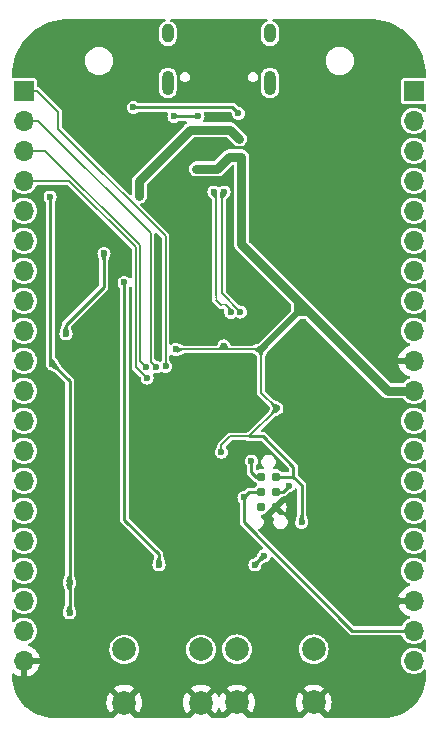
<source format=gbr>
%TF.GenerationSoftware,KiCad,Pcbnew,8.0.4*%
%TF.CreationDate,2024-11-26T16:04:15+06:30*%
%TF.ProjectId,RP2040_DevBoard,52503230-3430-45f4-9465-76426f617264,1.0*%
%TF.SameCoordinates,PX791ddc0PY791ddc0*%
%TF.FileFunction,Copper,L4,Bot*%
%TF.FilePolarity,Positive*%
%FSLAX46Y46*%
G04 Gerber Fmt 4.6, Leading zero omitted, Abs format (unit mm)*
G04 Created by KiCad (PCBNEW 8.0.4) date 2024-11-26 16:04:15*
%MOMM*%
%LPD*%
G01*
G04 APERTURE LIST*
%TA.AperFunction,ComponentPad*%
%ADD10R,1.700000X1.700000*%
%TD*%
%TA.AperFunction,ComponentPad*%
%ADD11O,1.700000X1.700000*%
%TD*%
%TA.AperFunction,ComponentPad*%
%ADD12C,2.000000*%
%TD*%
%TA.AperFunction,ComponentPad*%
%ADD13O,1.000000X2.100000*%
%TD*%
%TA.AperFunction,ComponentPad*%
%ADD14O,1.000000X1.600000*%
%TD*%
%TA.AperFunction,ConnectorPad*%
%ADD15C,0.787400*%
%TD*%
%TA.AperFunction,ViaPad*%
%ADD16C,0.600000*%
%TD*%
%TA.AperFunction,ViaPad*%
%ADD17C,0.800000*%
%TD*%
%TA.AperFunction,Conductor*%
%ADD18C,0.254000*%
%TD*%
%TA.AperFunction,Conductor*%
%ADD19C,0.762000*%
%TD*%
%TA.AperFunction,Conductor*%
%ADD20C,0.160000*%
%TD*%
%TA.AperFunction,Conductor*%
%ADD21C,0.508000*%
%TD*%
%TA.AperFunction,Conductor*%
%ADD22C,0.250000*%
%TD*%
%TA.AperFunction,Conductor*%
%ADD23C,0.200000*%
%TD*%
G04 APERTURE END LIST*
D10*
%TO.P,J4,1,Pin_1*%
%TO.N,GPIO29_ADC3*%
X34290000Y53340000D03*
D11*
%TO.P,J4,2,Pin_2*%
%TO.N,GPIO28_ADC2*%
X34290000Y50800000D03*
%TO.P,J4,3,Pin_3*%
%TO.N,GPIO27_ADC1*%
X34290000Y48260000D03*
%TO.P,J4,4,Pin_4*%
%TO.N,GPIO26_ADC0*%
X34290000Y45720000D03*
%TO.P,J4,5,Pin_5*%
%TO.N,GPIO25*%
X34290000Y43180000D03*
%TO.P,J4,6,Pin_6*%
%TO.N,GPIO24*%
X34290000Y40640000D03*
%TO.P,J4,7,Pin_7*%
%TO.N,GPIO23*%
X34290000Y38100000D03*
%TO.P,J4,8,Pin_8*%
%TO.N,GPIO22*%
X34290000Y35560000D03*
%TO.P,J4,9,Pin_9*%
%TO.N,GPIO21*%
X34290000Y33020000D03*
%TO.P,J4,10,Pin_10*%
%TO.N,GND*%
X34290000Y30480000D03*
%TO.P,J4,11,Pin_11*%
%TO.N,+3V3*%
X34290000Y27940000D03*
%TO.P,J4,12,Pin_12*%
%TO.N,GPIO20*%
X34290000Y25400000D03*
%TO.P,J4,13,Pin_13*%
%TO.N,GPIO19*%
X34290000Y22860000D03*
%TO.P,J4,14,Pin_14*%
%TO.N,GPIO18*%
X34290000Y20320000D03*
%TO.P,J4,15,Pin_15*%
%TO.N,GPIO17*%
X34290000Y17780000D03*
%TO.P,J4,16,Pin_16*%
%TO.N,GPIO16*%
X34290000Y15240000D03*
%TO.P,J4,17,Pin_17*%
%TO.N,~{RST}*%
X34290000Y12700000D03*
%TO.P,J4,18,Pin_18*%
%TO.N,GND*%
X34290000Y10160000D03*
%TO.P,J4,19,Pin_19*%
%TO.N,SWCLK*%
X34290000Y7620000D03*
%TO.P,J4,20,Pin_20*%
%TO.N,SWD*%
X34290000Y5080000D03*
%TD*%
D12*
%TO.P,SW2,1,1*%
%TO.N,GND*%
X25805200Y1560000D03*
X19305200Y1560000D03*
%TO.P,SW2,2,2*%
%TO.N,Net-(R13-Pad2)*%
X25805200Y6060000D03*
X19305200Y6060000D03*
%TD*%
D10*
%TO.P,J3,1,Pin_1*%
%TO.N,GPIO0*%
X1270000Y53340000D03*
D11*
%TO.P,J3,2,Pin_2*%
%TO.N,GPIO1*%
X1270000Y50800000D03*
%TO.P,J3,3,Pin_3*%
%TO.N,GPIO2*%
X1270000Y48260000D03*
%TO.P,J3,4,Pin_4*%
%TO.N,GPIO3*%
X1270000Y45720000D03*
%TO.P,J3,5,Pin_5*%
%TO.N,GPIO4*%
X1270000Y43180000D03*
%TO.P,J3,6,Pin_6*%
%TO.N,GPIO5*%
X1270000Y40640000D03*
%TO.P,J3,7,Pin_7*%
%TO.N,GPIO6*%
X1270000Y38100000D03*
%TO.P,J3,8,Pin_8*%
%TO.N,GPIO7*%
X1270000Y35560000D03*
%TO.P,J3,9,Pin_9*%
%TO.N,+5V*%
X1270000Y33020000D03*
%TO.P,J3,10,Pin_10*%
%TO.N,+3V3*%
X1270000Y30480000D03*
%TO.P,J3,11,Pin_11*%
%TO.N,GPIO8*%
X1270000Y27940000D03*
%TO.P,J3,12,Pin_12*%
%TO.N,GPIO9*%
X1270000Y25400000D03*
%TO.P,J3,13,Pin_13*%
%TO.N,GPIO10*%
X1270000Y22860000D03*
%TO.P,J3,14,Pin_14*%
%TO.N,GPIO11*%
X1270000Y20320000D03*
%TO.P,J3,15,Pin_15*%
%TO.N,GPIO12*%
X1270000Y17780000D03*
%TO.P,J3,16,Pin_16*%
%TO.N,GPIO13*%
X1270000Y15240000D03*
%TO.P,J3,17,Pin_17*%
%TO.N,SCL*%
X1270000Y12700000D03*
%TO.P,J3,18,Pin_18*%
%TO.N,SDA*%
X1270000Y10160000D03*
%TO.P,J3,19,Pin_19*%
%TO.N,+3V3*%
X1270000Y7620000D03*
%TO.P,J3,20,Pin_20*%
%TO.N,GND*%
X1270000Y5080000D03*
%TD*%
D12*
%TO.P,SW1,1,1*%
%TO.N,GND*%
X16254800Y1545200D03*
X9754800Y1545200D03*
%TO.P,SW1,2,2*%
%TO.N,Net-(R12-Pad2)*%
X16254800Y6045200D03*
X9754800Y6045200D03*
%TD*%
D13*
%TO.P,J1,S1,SHIELD*%
%TO.N,unconnected-(J1-SHIELD-PadS1)_2*%
X22100000Y54020000D03*
D14*
%TO.N,unconnected-(J1-SHIELD-PadS1)_1*%
X22100000Y58200000D03*
D13*
%TO.N,unconnected-(J1-SHIELD-PadS1)_3*%
X13460000Y54020000D03*
D14*
%TO.N,unconnected-(J1-SHIELD-PadS1)*%
X13460000Y58200000D03*
%TD*%
D15*
%TO.P,J2,1,VCC*%
%TO.N,+3V3*%
X22606000Y20650200D03*
%TO.P,J2,2,SWDIO*%
%TO.N,SWD*%
X21336000Y20650200D03*
%TO.P,J2,3,~{RESET}*%
%TO.N,~{RST}*%
X22606000Y19380200D03*
%TO.P,J2,4,SWCLK*%
%TO.N,SWCLK*%
X21336000Y19380200D03*
%TO.P,J2,5,GND*%
%TO.N,GND*%
X22606000Y18110200D03*
%TO.P,J2,6,SWO*%
%TO.N,unconnected-(J2-SWO-Pad6)*%
X21336000Y18110200D03*
%TD*%
D16*
%TO.N,GND*%
X32015477Y41368250D03*
X32015477Y48988250D03*
X32015477Y56608250D03*
X29475477Y3268250D03*
X29475477Y10888250D03*
X29475477Y21048250D03*
X26935477Y15968250D03*
X26935477Y26128250D03*
X24395477Y8348250D03*
X24395477Y54068250D03*
X21855477Y3268250D03*
X21855477Y43908250D03*
X19315477Y10888250D03*
X19315477Y56608250D03*
X16775477Y41368250D03*
X14235477Y3268250D03*
X14235477Y13428250D03*
X11695477Y8348250D03*
X11695477Y48988250D03*
X11695477Y56608250D03*
X6615477Y5808250D03*
X6615477Y41368250D03*
X6615477Y54068250D03*
X4075477Y15968250D03*
X4075477Y23588250D03*
X1535477Y3268250D03*
X1535477Y56608250D03*
X21530000Y32845200D03*
X23126258Y31022257D03*
X19558000Y29362400D03*
X25019000Y26746200D03*
X17780000Y27635200D03*
X2794000Y5080000D03*
X18465800Y20472400D03*
X21717000Y50927000D03*
X17957800Y34135000D03*
X17780000Y27635200D03*
X19558000Y27635200D03*
X17780000Y25857200D03*
X12668497Y31628693D03*
X16370627Y20048824D03*
X15625431Y13387334D03*
X17780000Y27635200D03*
X16002000Y25857200D03*
X9398000Y11303000D03*
X10998200Y26365200D03*
X20167600Y33959800D03*
X16002000Y29413200D03*
X16052800Y27635200D03*
X19558000Y25857200D03*
X17775502Y51172925D03*
D17*
X32816800Y10160000D03*
D16*
X17780000Y29413200D03*
X16794184Y24971423D03*
D17*
X32715200Y30480000D03*
D16*
%TO.N,+3V3*%
X19685000Y47752000D03*
X21336000Y31445200D03*
X17983200Y22758400D03*
X5130800Y9144000D03*
X18186400Y31750000D03*
X15875000Y46736000D03*
X14122400Y31445200D03*
X3683000Y30226000D03*
X24790400Y16814800D03*
X22681915Y26455201D03*
X3479800Y44348400D03*
X5130800Y11684000D03*
%TO.N,+5V*%
X11049000Y44450000D03*
X19507200Y49276000D03*
X15341600Y50038000D03*
X4826000Y32766000D03*
X8049200Y39598600D03*
%TO.N,Net-(J1-CC1)*%
X19431000Y51435000D03*
X10541000Y51943000D03*
%TO.N,Net-(J1-CC2)*%
X16002000Y51181000D03*
X13970000Y51181000D03*
%TO.N,SWCLK*%
X19900900Y18923000D03*
%TO.N,SWD*%
X20523200Y21996400D03*
%TO.N,~{RST}*%
X21590000Y13970000D03*
X23698200Y19913600D03*
X20828000Y13208000D03*
%TO.N,GPIO2*%
X11611125Y29922823D03*
%TO.N,GPIO3*%
X11695452Y29018252D03*
%TO.N,GPIO1*%
X12409658Y29971294D03*
%TO.N,GPIO0*%
X13258800Y30015200D03*
%TO.N,/N_USB_D+*%
X17355000Y44780200D03*
X18784246Y34583046D03*
%TO.N,/N_USB_D-*%
X19583379Y34620347D03*
X18205000Y44780200D03*
%TO.N,QSPI_SS*%
X12700000Y13208000D03*
X9753600Y37134800D03*
%TD*%
D18*
%TO.N,+3V3*%
X5130800Y9144000D02*
X5130800Y11684000D01*
D19*
X19685000Y40360600D02*
X24384000Y35661600D01*
D20*
X21336000Y27801116D02*
X22681915Y26455201D01*
D18*
X3683000Y30226000D02*
X3479800Y30429200D01*
X3683000Y30226000D02*
X5130800Y28778200D01*
D19*
X17627600Y46736000D02*
X15875000Y46736000D01*
D20*
X18186400Y31750000D02*
X18389600Y31546800D01*
D18*
X3479800Y30429200D02*
X3479800Y44348400D01*
D20*
X18745200Y24079200D02*
X17983200Y23317200D01*
D18*
X24087200Y20667600D02*
X23926800Y20667600D01*
D20*
X17983200Y23317200D02*
X17983200Y22758400D01*
X20320000Y24079200D02*
X18745200Y24079200D01*
D19*
X24384000Y35661600D02*
X24968200Y35077400D01*
D20*
X18034000Y31445200D02*
X14122400Y31445200D01*
D18*
X23926800Y20667600D02*
X22623400Y20667600D01*
D20*
X18034000Y31597600D02*
X18186400Y31750000D01*
X18186400Y31445200D02*
X18034000Y31445200D01*
D18*
X24087200Y20667600D02*
X24087200Y21531200D01*
D19*
X25527000Y34518600D02*
X32105600Y27940000D01*
D21*
X24409400Y34518600D02*
X24409400Y35636200D01*
D20*
X22681915Y26441115D02*
X20320000Y24079200D01*
D18*
X24087200Y21531200D02*
X21539200Y24079200D01*
D21*
X21336000Y31445200D02*
X24409400Y34518600D01*
X24409400Y34518600D02*
X25527000Y34518600D01*
D20*
X18389600Y31445200D02*
X18186400Y31445200D01*
D19*
X19685000Y47752000D02*
X19685000Y40360600D01*
D21*
X24409400Y34518600D02*
X24968200Y35077400D01*
D19*
X18643600Y47752000D02*
X17627600Y46736000D01*
D20*
X22681915Y26455201D02*
X22681915Y26441115D01*
X18034000Y31445200D02*
X18034000Y31597600D01*
X21336000Y31445200D02*
X21336000Y27801116D01*
X18389600Y31546800D02*
X18389600Y31445200D01*
D18*
X24790400Y19964400D02*
X24087200Y20667600D01*
D20*
X18186400Y31750000D02*
X18186400Y31445200D01*
D18*
X24790400Y16814800D02*
X24790400Y19964400D01*
D19*
X32105600Y27940000D02*
X34290000Y27940000D01*
D18*
X5130800Y28778200D02*
X5130800Y11684000D01*
D21*
X24409400Y35636200D02*
X24384000Y35661600D01*
D20*
X21336000Y31445200D02*
X18389600Y31445200D01*
D19*
X19685000Y47752000D02*
X18643600Y47752000D01*
D18*
X21539200Y24079200D02*
X20320000Y24079200D01*
D19*
X24968200Y35077400D02*
X25527000Y34518600D01*
%TO.N,+5V*%
X11049000Y45720000D02*
X11049000Y44450000D01*
X15341600Y50038000D02*
X15341600Y50012600D01*
X18745200Y50038000D02*
X19507200Y49276000D01*
X15341600Y50012600D02*
X11049000Y45720000D01*
X15341600Y50038000D02*
X18745200Y50038000D01*
D18*
X4826000Y32766000D02*
X4826000Y33528000D01*
X8026400Y36728400D02*
X8026400Y39575800D01*
X8026400Y39575800D02*
X8049200Y39598600D01*
X4826000Y33528000D02*
X8026400Y36728400D01*
D22*
%TO.N,Net-(J1-CC1)*%
X18923695Y51942305D02*
X19431000Y51435000D01*
X10541000Y51943000D02*
X10541695Y51942305D01*
X10541695Y51942305D02*
X18923695Y51942305D01*
D18*
%TO.N,Net-(J1-CC2)*%
X16002000Y51181000D02*
X13970000Y51181000D01*
%TO.N,SWCLK*%
X20358100Y19380200D02*
X21336000Y19380200D01*
X29083000Y7620000D02*
X34290000Y7620000D01*
X19900900Y18923000D02*
X19900900Y16802100D01*
X19900900Y16802100D02*
X29083000Y7620000D01*
X19900900Y18923000D02*
X20358100Y19380200D01*
%TO.N,SWD*%
X20904200Y20650200D02*
X21336000Y20650200D01*
X20523200Y21031200D02*
X20904200Y20650200D01*
X20523200Y21996400D02*
X20523200Y21031200D01*
%TO.N,~{RST}*%
X23698200Y19913600D02*
X23164800Y19380200D01*
D20*
X21590000Y13970000D02*
X20828000Y13208000D01*
D18*
X23164800Y19380200D02*
X22606000Y19380200D01*
D20*
%TO.N,GPIO2*%
X11074400Y40259000D02*
X3073400Y48260000D01*
X3073400Y48260000D02*
X1270000Y48260000D01*
X11074400Y30459548D02*
X11074400Y40259000D01*
X11611125Y29922823D02*
X11074400Y30459548D01*
%TO.N,GPIO3*%
X11373377Y29342823D02*
X11370881Y29342823D01*
X5104284Y45720000D02*
X1270000Y45720000D01*
X11695452Y29018252D02*
X11695452Y29020748D01*
X11370881Y29342823D02*
X10714400Y29999304D01*
X10714400Y29999304D02*
X10714400Y40109884D01*
X11695452Y29020748D02*
X11373377Y29342823D01*
X10714400Y40109884D02*
X5104284Y45720000D01*
%TO.N,GPIO1*%
X2489200Y50800000D02*
X1270000Y50800000D01*
X11988800Y30392152D02*
X11988800Y41300400D01*
X11988800Y41300400D02*
X2489200Y50800000D01*
X12409658Y29971294D02*
X11988800Y30392152D01*
%TO.N,GPIO0*%
X13258800Y41046400D02*
X4191000Y50114200D01*
X4191000Y50114200D02*
X4191000Y51562000D01*
X2413000Y53340000D02*
X1270000Y53340000D01*
X4191000Y51562000D02*
X2413000Y53340000D01*
X13258800Y30015200D02*
X13258800Y41046400D01*
D23*
%TO.N,/N_USB_D+*%
X18332815Y35246609D02*
X18728796Y34850627D01*
X17554999Y36304550D02*
X17554999Y36024424D01*
X17554999Y35642588D02*
X17950978Y35246609D01*
X18728796Y34850627D02*
X18753799Y34825624D01*
X18784246Y34795177D02*
X18784246Y34583046D01*
X18753799Y34825624D02*
X18784246Y34795177D01*
X17554999Y44580201D02*
X17554999Y36304550D01*
X17355000Y44780200D02*
X17554999Y44580201D01*
X17554999Y36024424D02*
G75*
G02*
X17554964Y35833541I-95499J-95424D01*
G01*
X17554999Y35833506D02*
G75*
G03*
X17554952Y35642541I95501J-95506D01*
G01*
X18141897Y35246609D02*
G75*
G02*
X18332815Y35246609I95459J-95460D01*
G01*
X17950978Y35246609D02*
G75*
G03*
X18141897Y35246608I95460J95462D01*
G01*
%TO.N,/N_USB_D-*%
X19583379Y34632442D02*
X18005001Y36210820D01*
X18005001Y44580201D02*
X18205000Y44780200D01*
X19583379Y34620347D02*
X19583379Y34632442D01*
X18005001Y36210820D02*
X18005001Y44580201D01*
D18*
%TO.N,QSPI_SS*%
X12700000Y14097000D02*
X9753600Y17043400D01*
X12700000Y13208000D02*
X12700000Y14097000D01*
X9753600Y17043400D02*
X9753600Y37134800D01*
%TD*%
%TA.AperFunction,Conductor*%
%TO.N,GND*%
G36*
X4983063Y45369815D02*
G01*
X5003705Y45353181D01*
X10347581Y40009305D01*
X10381066Y39947982D01*
X10383900Y39921624D01*
X10383900Y37582964D01*
X10364215Y37515925D01*
X10311411Y37470170D01*
X10242253Y37460226D01*
X10178697Y37489251D01*
X10161525Y37507476D01*
X10155042Y37515925D01*
X10146221Y37527421D01*
X10031225Y37615661D01*
X10031224Y37615662D01*
X10031222Y37615663D01*
X9897312Y37671129D01*
X9897310Y37671130D01*
X9897309Y37671130D01*
X9825454Y37680590D01*
X9753601Y37690050D01*
X9753599Y37690050D01*
X9609891Y37671130D01*
X9609887Y37671129D01*
X9475977Y37615663D01*
X9360979Y37527421D01*
X9272737Y37412423D01*
X9217271Y37278513D01*
X9217270Y37278509D01*
X9198350Y37134801D01*
X9198350Y37134800D01*
X9217270Y36991092D01*
X9217271Y36991088D01*
X9272738Y36857177D01*
X9272739Y36857175D01*
X9350475Y36755867D01*
X9375670Y36690700D01*
X9376100Y36680382D01*
X9376100Y17093099D01*
X9376100Y16993701D01*
X9401826Y16897690D01*
X9451525Y16811610D01*
X9451527Y16811608D01*
X12286181Y13976954D01*
X12319666Y13915631D01*
X12322500Y13889273D01*
X12322500Y13881544D01*
X12316957Y13844883D01*
X12181899Y13408497D01*
X12181626Y13406365D01*
X12173200Y13374718D01*
X12163672Y13351713D01*
X12163670Y13351709D01*
X12144750Y13208000D01*
X12159067Y13099250D01*
X12163670Y13064292D01*
X12163671Y13064288D01*
X12219137Y12930378D01*
X12219138Y12930376D01*
X12219139Y12930375D01*
X12307379Y12815379D01*
X12422375Y12727139D01*
X12556291Y12671670D01*
X12683280Y12654952D01*
X12699999Y12652750D01*
X12700000Y12652750D01*
X12700001Y12652750D01*
X12714977Y12654722D01*
X12843709Y12671670D01*
X12977625Y12727139D01*
X13092621Y12815379D01*
X13180861Y12930375D01*
X13236330Y13064291D01*
X13255250Y13208000D01*
X13236330Y13351709D01*
X13226777Y13374771D01*
X13219721Y13402618D01*
X13219319Y13402535D01*
X13218099Y13408493D01*
X13218098Y13408502D01*
X13083043Y13844883D01*
X13077500Y13881543D01*
X13077500Y14146697D01*
X13077499Y14146701D01*
X13060983Y14208344D01*
X13060983Y14208345D01*
X13051774Y14242709D01*
X13051774Y14242710D01*
X13047186Y14250656D01*
X13002075Y14328790D01*
X10167419Y17163446D01*
X10133934Y17224769D01*
X10131100Y17251127D01*
X10131100Y36680382D01*
X10150785Y36747421D01*
X10156715Y36755856D01*
X10161528Y36762129D01*
X10217956Y36803328D01*
X10287703Y36807480D01*
X10348622Y36773265D01*
X10381372Y36711547D01*
X10383900Y36686637D01*
X10383900Y29955794D01*
X10406423Y29871737D01*
X10406423Y29871736D01*
X10449933Y29796374D01*
X10449935Y29796371D01*
X11102074Y29144233D01*
X11102095Y29144210D01*
X11107182Y29139123D01*
X11107838Y29137921D01*
X11109652Y29135935D01*
X11109662Y29135923D01*
X11109158Y29135504D01*
X11140667Y29077800D01*
X11142441Y29035260D01*
X11140202Y29018251D01*
X11142174Y29003270D01*
X11152622Y28923911D01*
X11159122Y28874544D01*
X11159123Y28874540D01*
X11214589Y28740630D01*
X11214590Y28740628D01*
X11214591Y28740627D01*
X11302831Y28625631D01*
X11417827Y28537391D01*
X11551743Y28481922D01*
X11678732Y28465204D01*
X11695451Y28463002D01*
X11695452Y28463002D01*
X11695453Y28463002D01*
X11710429Y28464974D01*
X11839161Y28481922D01*
X11973077Y28537391D01*
X12088073Y28625631D01*
X12176313Y28740627D01*
X12231782Y28874543D01*
X12250702Y29018252D01*
X12231782Y29161961D01*
X12192397Y29257045D01*
X12184929Y29326512D01*
X12216204Y29388991D01*
X12276293Y29424643D01*
X12323144Y29427434D01*
X12367109Y29421646D01*
X12409657Y29416044D01*
X12409658Y29416044D01*
X12409659Y29416044D01*
X12424635Y29418016D01*
X12553367Y29434964D01*
X12687283Y29490433D01*
X12787352Y29567220D01*
X12852520Y29592414D01*
X12920965Y29578376D01*
X12938318Y29567225D01*
X12981175Y29534339D01*
X12981176Y29534339D01*
X12981177Y29534338D01*
X13025813Y29515850D01*
X13115091Y29478870D01*
X13242080Y29462152D01*
X13258799Y29459950D01*
X13258800Y29459950D01*
X13258801Y29459950D01*
X13273777Y29461922D01*
X13402509Y29478870D01*
X13536425Y29534339D01*
X13651421Y29622579D01*
X13739661Y29737575D01*
X13795130Y29871491D01*
X13814050Y30015200D01*
X13795130Y30158909D01*
X13739661Y30292825D01*
X13651421Y30407821D01*
X13651419Y30407823D01*
X13651418Y30407824D01*
X13637812Y30418264D01*
X13596610Y30474693D01*
X13589300Y30516639D01*
X13589300Y30908926D01*
X13608985Y30975965D01*
X13661789Y31021720D01*
X13730947Y31031664D01*
X13788783Y31007303D01*
X13844775Y30964339D01*
X13978691Y30908870D01*
X14105680Y30892152D01*
X14122399Y30889950D01*
X14122400Y30889950D01*
X14122401Y30889950D01*
X14158327Y30894680D01*
X14266109Y30908870D01*
X14307765Y30926125D01*
X14331837Y30933338D01*
X14344125Y30935696D01*
X14762181Y31105578D01*
X14808863Y31114700D01*
X17990489Y31114700D01*
X18077511Y31114700D01*
X18142889Y31114700D01*
X18229911Y31114700D01*
X18346089Y31114700D01*
X18368100Y31114700D01*
X18377780Y31114305D01*
X18377904Y31114313D01*
X18377906Y31114312D01*
X18377907Y31114313D01*
X18381112Y31114496D01*
X18388222Y31114700D01*
X18548592Y31114700D01*
X18561847Y31113873D01*
X18561857Y31113970D01*
X18563368Y31113819D01*
X18563378Y31113817D01*
X18565701Y31113584D01*
X18586955Y31112521D01*
X18591205Y31112308D01*
X18591205Y31112309D01*
X18591206Y31112308D01*
X18591251Y31112318D01*
X18615445Y31114700D01*
X20649536Y31114700D01*
X20696217Y31105577D01*
X20861155Y31038553D01*
X20915852Y30995079D01*
X20929351Y30970358D01*
X20996377Y30805418D01*
X21005500Y30758736D01*
X21005500Y27844627D01*
X21005500Y27757605D01*
X21011044Y27736917D01*
X21028023Y27673549D01*
X21028023Y27673548D01*
X21071533Y27598186D01*
X21071535Y27598183D01*
X21962810Y26706908D01*
X21989369Y26667448D01*
X22061555Y26496434D01*
X22069490Y26427017D01*
X22062449Y26402167D01*
X21996510Y26237292D01*
X21969057Y26195657D01*
X20238881Y24465481D01*
X20183300Y24433389D01*
X20174297Y24430977D01*
X20174288Y24430973D01*
X20166218Y24426313D01*
X20104218Y24409700D01*
X18701689Y24409700D01*
X18617632Y24387177D01*
X18617631Y24387177D01*
X18542269Y24343667D01*
X18542266Y24343665D01*
X17718735Y23520134D01*
X17718733Y23520131D01*
X17675223Y23444769D01*
X17675223Y23444768D01*
X17652700Y23360711D01*
X17652700Y23259839D01*
X17633015Y23192800D01*
X17604188Y23161464D01*
X17590581Y23151024D01*
X17502337Y23036023D01*
X17446871Y22902113D01*
X17446870Y22902109D01*
X17427950Y22758401D01*
X17427950Y22758400D01*
X17446870Y22614692D01*
X17446871Y22614688D01*
X17502337Y22480778D01*
X17502338Y22480776D01*
X17502339Y22480775D01*
X17590579Y22365779D01*
X17705575Y22277539D01*
X17705576Y22277539D01*
X17705577Y22277538D01*
X17750213Y22259050D01*
X17839491Y22222070D01*
X17966480Y22205352D01*
X17983199Y22203150D01*
X17983200Y22203150D01*
X17983201Y22203150D01*
X17998177Y22205122D01*
X18126909Y22222070D01*
X18260825Y22277539D01*
X18375821Y22365779D01*
X18464061Y22480775D01*
X18519530Y22614691D01*
X18538450Y22758400D01*
X18519530Y22902109D01*
X18464061Y23036025D01*
X18464060Y23036026D01*
X18464060Y23036027D01*
X18402336Y23116466D01*
X18377141Y23181635D01*
X18391179Y23250080D01*
X18413026Y23279630D01*
X18845779Y23712381D01*
X18907102Y23745866D01*
X18933460Y23748700D01*
X20104218Y23748700D01*
X20166217Y23732088D01*
X20174291Y23727426D01*
X20270301Y23701700D01*
X21331473Y23701700D01*
X21398512Y23682015D01*
X21419154Y23665381D01*
X23673381Y21411154D01*
X23706866Y21349831D01*
X23709700Y21323473D01*
X23709700Y21169100D01*
X23690015Y21102061D01*
X23637211Y21056306D01*
X23585700Y21045100D01*
X23178741Y21045100D01*
X23111702Y21064785D01*
X23096514Y21076285D01*
X22974636Y21184260D01*
X22836112Y21256962D01*
X22684220Y21294400D01*
X22527780Y21294400D01*
X22527775Y21294400D01*
X22508459Y21289639D01*
X22438657Y21292709D01*
X22381595Y21333030D01*
X22355391Y21397800D01*
X22368364Y21466454D01*
X22391099Y21497711D01*
X22447759Y21554370D01*
X22526197Y21690230D01*
X22566800Y21841761D01*
X22566800Y21998639D01*
X22526197Y22150170D01*
X22447759Y22286030D01*
X22336830Y22396959D01*
X22200970Y22475397D01*
X22200971Y22475397D01*
X22163087Y22485548D01*
X22049439Y22516000D01*
X21892561Y22516000D01*
X21778912Y22485548D01*
X21741029Y22475397D01*
X21605171Y22396960D01*
X21605168Y22396958D01*
X21494242Y22286032D01*
X21494240Y22286029D01*
X21415803Y22150171D01*
X21415803Y22150170D01*
X21375200Y21998639D01*
X21375200Y21841761D01*
X21396306Y21762993D01*
X21415803Y21690230D01*
X21494240Y21554372D01*
X21494242Y21554369D01*
X21550894Y21497717D01*
X21584379Y21436394D01*
X21579395Y21366702D01*
X21537523Y21310769D01*
X21472059Y21286352D01*
X21433539Y21289639D01*
X21414222Y21294400D01*
X21414220Y21294400D01*
X21257780Y21294400D01*
X21105887Y21256962D01*
X21091559Y21249443D01*
X21082324Y21244595D01*
X21013817Y21230871D01*
X20948764Y21256363D01*
X20907820Y21312979D01*
X20900700Y21354392D01*
X20900700Y21541982D01*
X20920385Y21609021D01*
X20926316Y21617458D01*
X21004061Y21718775D01*
X21059530Y21852691D01*
X21078450Y21996400D01*
X21078155Y21998637D01*
X21066595Y22086445D01*
X21059530Y22140109D01*
X21004061Y22274025D01*
X20915821Y22389021D01*
X20800825Y22477261D01*
X20800824Y22477262D01*
X20800822Y22477263D01*
X20666912Y22532729D01*
X20666910Y22532730D01*
X20666909Y22532730D01*
X20595054Y22542190D01*
X20523201Y22551650D01*
X20523199Y22551650D01*
X20379491Y22532730D01*
X20379487Y22532729D01*
X20245577Y22477263D01*
X20130579Y22389021D01*
X20042337Y22274023D01*
X19986871Y22140113D01*
X19986870Y22140109D01*
X19967950Y21996401D01*
X19967950Y21996400D01*
X19986870Y21852692D01*
X19986871Y21852688D01*
X20024025Y21762990D01*
X20042339Y21718775D01*
X20120075Y21617467D01*
X20145270Y21552300D01*
X20145700Y21541982D01*
X20145700Y21080899D01*
X20145700Y20981501D01*
X20171426Y20885490D01*
X20221125Y20799410D01*
X20672409Y20348125D01*
X20721124Y20320000D01*
X20758491Y20298426D01*
X20760522Y20297882D01*
X20762043Y20296955D01*
X20765995Y20295318D01*
X20765739Y20294702D01*
X20820183Y20261518D01*
X20830478Y20248549D01*
X20850268Y20219879D01*
X20850270Y20219877D01*
X20850272Y20219875D01*
X20972979Y20111166D01*
X20971783Y20109817D01*
X21009751Y20062955D01*
X21017404Y19993506D01*
X20986294Y19930944D01*
X20972892Y19919332D01*
X20972979Y19919234D01*
X20850268Y19810522D01*
X20845294Y19804907D01*
X20844168Y19805904D01*
X20796493Y19767269D01*
X20748728Y19757700D01*
X20308401Y19757700D01*
X20212391Y19731974D01*
X20176008Y19710969D01*
X20176007Y19710969D01*
X20126312Y19682277D01*
X20126310Y19682276D01*
X19955289Y19511256D01*
X19893965Y19477772D01*
X19883795Y19475999D01*
X19757191Y19459330D01*
X19757187Y19459329D01*
X19623277Y19403863D01*
X19508279Y19315621D01*
X19420037Y19200623D01*
X19364571Y19066713D01*
X19364570Y19066709D01*
X19348628Y18945616D01*
X19345650Y18923000D01*
X19356601Y18839817D01*
X19364570Y18779292D01*
X19364571Y18779288D01*
X19420038Y18645377D01*
X19420039Y18645375D01*
X19497775Y18544067D01*
X19522970Y18478900D01*
X19523400Y18468582D01*
X19523400Y16851799D01*
X19523400Y16752401D01*
X19549126Y16656390D01*
X19598825Y16570310D01*
X19598827Y16570308D01*
X21468165Y14700970D01*
X21501650Y14639647D01*
X21496666Y14569955D01*
X21454794Y14514022D01*
X21427937Y14498728D01*
X21312376Y14450862D01*
X21312375Y14450861D01*
X21197379Y14362621D01*
X21171420Y14328790D01*
X21109137Y14247622D01*
X21091890Y14205985D01*
X21079970Y14183862D01*
X21072943Y14173497D01*
X21072941Y14173493D01*
X21027375Y14065547D01*
X21027376Y14065546D01*
X20959434Y13904587D01*
X20915228Y13850479D01*
X20893416Y13838569D01*
X20624504Y13725058D01*
X20613741Y13717800D01*
X20591871Y13706051D01*
X20550381Y13688865D01*
X20550378Y13688864D01*
X20435379Y13600621D01*
X20347137Y13485623D01*
X20291671Y13351713D01*
X20291670Y13351710D01*
X20291670Y13351709D01*
X20272750Y13208000D01*
X20287067Y13099250D01*
X20291670Y13064292D01*
X20291671Y13064288D01*
X20347137Y12930378D01*
X20347138Y12930376D01*
X20347139Y12930375D01*
X20435379Y12815379D01*
X20550375Y12727139D01*
X20684291Y12671670D01*
X20811280Y12654952D01*
X20827999Y12652750D01*
X20828000Y12652750D01*
X20828001Y12652750D01*
X20842977Y12654722D01*
X20971709Y12671670D01*
X21105625Y12727139D01*
X21220621Y12815379D01*
X21308861Y12930375D01*
X21326111Y12972024D01*
X21338034Y12994150D01*
X21345058Y13004509D01*
X21458566Y13273418D01*
X21502771Y13327524D01*
X21524579Y13339433D01*
X21793491Y13452942D01*
X21804246Y13460195D01*
X21826123Y13471950D01*
X21867625Y13489139D01*
X21982621Y13577379D01*
X22070861Y13692375D01*
X22118728Y13807940D01*
X22162567Y13862340D01*
X22228861Y13884406D01*
X22296560Y13867128D01*
X22320968Y13848167D01*
X28851209Y7317925D01*
X28851210Y7317924D01*
X28851212Y7317923D01*
X28900905Y7289234D01*
X28900907Y7289232D01*
X28900908Y7289232D01*
X28937291Y7268226D01*
X29033301Y7242500D01*
X33171810Y7242500D01*
X33238849Y7222815D01*
X33282810Y7173771D01*
X33350325Y7038181D01*
X33473237Y6875419D01*
X33623958Y6738020D01*
X33623960Y6738018D01*
X33705319Y6687643D01*
X33797363Y6630652D01*
X33987544Y6556976D01*
X34188024Y6519500D01*
X34188026Y6519500D01*
X34391974Y6519500D01*
X34391976Y6519500D01*
X34592456Y6556976D01*
X34782637Y6630652D01*
X34956041Y6738019D01*
X35101962Y6871043D01*
X35164766Y6901660D01*
X35234153Y6893462D01*
X35288093Y6849053D01*
X35309461Y6782530D01*
X35309500Y6779406D01*
X35309500Y5920595D01*
X35289815Y5853556D01*
X35237011Y5807801D01*
X35167853Y5797857D01*
X35104297Y5826882D01*
X35101962Y5828958D01*
X34956042Y5961981D01*
X34956039Y5961983D01*
X34782642Y6069345D01*
X34782635Y6069349D01*
X34629988Y6128484D01*
X34592456Y6143024D01*
X34391976Y6180500D01*
X34188024Y6180500D01*
X33987544Y6143024D01*
X33987541Y6143024D01*
X33987541Y6143023D01*
X33797364Y6069349D01*
X33797357Y6069345D01*
X33623960Y5961983D01*
X33623958Y5961981D01*
X33473237Y5824582D01*
X33350327Y5661822D01*
X33259422Y5479261D01*
X33259417Y5479248D01*
X33203602Y5283083D01*
X33184785Y5080001D01*
X33184785Y5080000D01*
X33203602Y4876918D01*
X33259417Y4680753D01*
X33259422Y4680740D01*
X33350327Y4498179D01*
X33473237Y4335419D01*
X33623958Y4198020D01*
X33623960Y4198018D01*
X33723141Y4136608D01*
X33797363Y4090652D01*
X33987544Y4016976D01*
X34188024Y3979500D01*
X34188026Y3979500D01*
X34391974Y3979500D01*
X34391976Y3979500D01*
X34592456Y4016976D01*
X34782637Y4090652D01*
X34956041Y4198019D01*
X35101962Y4331043D01*
X35164766Y4361660D01*
X35234153Y4353462D01*
X35288093Y4309053D01*
X35309461Y4242530D01*
X35309500Y4239406D01*
X35309500Y3813052D01*
X35309351Y3806967D01*
X35292658Y3467191D01*
X35291465Y3455081D01*
X35241998Y3121603D01*
X35239624Y3109669D01*
X35157707Y2782634D01*
X35154174Y2770989D01*
X35040604Y2453583D01*
X35035948Y2442340D01*
X34891801Y2137565D01*
X34886064Y2126833D01*
X34712750Y1837678D01*
X34705990Y1827560D01*
X34505156Y1556766D01*
X34497436Y1547360D01*
X34271038Y1297567D01*
X34262433Y1288962D01*
X34012640Y1062564D01*
X34003234Y1054844D01*
X33732440Y854010D01*
X33722322Y847250D01*
X33433167Y673936D01*
X33422435Y668199D01*
X33117660Y524052D01*
X33106417Y519396D01*
X32789011Y405826D01*
X32777366Y402293D01*
X32450331Y320376D01*
X32438397Y318002D01*
X32104919Y268535D01*
X32092809Y267342D01*
X31772559Y251609D01*
X31753031Y250649D01*
X31746949Y250500D01*
X26801862Y250500D01*
X26734823Y270185D01*
X26691729Y319918D01*
X25975434Y1036213D01*
X26017492Y1047482D01*
X26142908Y1119890D01*
X26245310Y1222292D01*
X26317718Y1347708D01*
X26328987Y1389765D01*
X27028634Y690118D01*
X27128931Y843631D01*
X27228787Y1071283D01*
X27289812Y1312262D01*
X27289814Y1312271D01*
X27310341Y1559995D01*
X27310341Y1560006D01*
X27289814Y1807730D01*
X27289812Y1807739D01*
X27228787Y2048718D01*
X27128931Y2276370D01*
X27028634Y2429884D01*
X26328987Y1730236D01*
X26317718Y1772292D01*
X26245310Y1897708D01*
X26142908Y2000110D01*
X26017492Y2072518D01*
X25975435Y2083788D01*
X26675257Y2783610D01*
X26675256Y2783611D01*
X26628429Y2820057D01*
X26409814Y2938365D01*
X26409803Y2938370D01*
X26174693Y3019084D01*
X25929493Y3060000D01*
X25680907Y3060000D01*
X25435706Y3019084D01*
X25200596Y2938370D01*
X25200590Y2938368D01*
X24981961Y2820051D01*
X24935142Y2783612D01*
X24935142Y2783610D01*
X25634965Y2083788D01*
X25592908Y2072518D01*
X25467492Y2000110D01*
X25365090Y1897708D01*
X25292682Y1772292D01*
X25281412Y1730236D01*
X24581764Y2429884D01*
X24481467Y2276368D01*
X24381612Y2048718D01*
X24320587Y1807739D01*
X24320585Y1807730D01*
X24300059Y1560006D01*
X24300059Y1559995D01*
X24320585Y1312271D01*
X24320587Y1312262D01*
X24381612Y1071283D01*
X24481466Y843636D01*
X24581764Y690118D01*
X25281412Y1389766D01*
X25292682Y1347708D01*
X25365090Y1222292D01*
X25467492Y1119890D01*
X25592908Y1047482D01*
X25634965Y1036213D01*
X24917982Y319231D01*
X24916804Y314049D01*
X24866934Y265112D01*
X24808537Y250500D01*
X20301862Y250500D01*
X20234823Y270185D01*
X20191729Y319918D01*
X19475434Y1036213D01*
X19517492Y1047482D01*
X19642908Y1119890D01*
X19745310Y1222292D01*
X19817718Y1347708D01*
X19828987Y1389765D01*
X20528634Y690118D01*
X20628931Y843631D01*
X20728787Y1071283D01*
X20789812Y1312262D01*
X20789814Y1312271D01*
X20810341Y1559995D01*
X20810341Y1560006D01*
X20789814Y1807730D01*
X20789812Y1807739D01*
X20728787Y2048718D01*
X20628931Y2276370D01*
X20528634Y2429884D01*
X19828987Y1730236D01*
X19817718Y1772292D01*
X19745310Y1897708D01*
X19642908Y2000110D01*
X19517492Y2072518D01*
X19475435Y2083788D01*
X20175257Y2783610D01*
X20175256Y2783611D01*
X20128429Y2820057D01*
X19909814Y2938365D01*
X19909803Y2938370D01*
X19674693Y3019084D01*
X19429493Y3060000D01*
X19180907Y3060000D01*
X18935706Y3019084D01*
X18700596Y2938370D01*
X18700590Y2938368D01*
X18481961Y2820051D01*
X18435142Y2783612D01*
X18435142Y2783610D01*
X19134965Y2083788D01*
X19092908Y2072518D01*
X18967492Y2000110D01*
X18865090Y1897708D01*
X18792682Y1772292D01*
X18781412Y1730236D01*
X18081764Y2429884D01*
X17981467Y2276368D01*
X17890310Y2068548D01*
X17845354Y2015062D01*
X17778618Y1994372D01*
X17711290Y2013047D01*
X17664747Y2065157D01*
X17663198Y2068548D01*
X17578531Y2261570D01*
X17478234Y2415084D01*
X16778587Y1715436D01*
X16767318Y1757492D01*
X16694910Y1882908D01*
X16592508Y1985310D01*
X16467092Y2057718D01*
X16425035Y2068988D01*
X17124857Y2768810D01*
X17124856Y2768811D01*
X17078029Y2805257D01*
X16859414Y2923565D01*
X16859403Y2923570D01*
X16624293Y3004284D01*
X16379093Y3045200D01*
X16130507Y3045200D01*
X15885306Y3004284D01*
X15650196Y2923570D01*
X15650190Y2923568D01*
X15431561Y2805251D01*
X15384742Y2768812D01*
X15384742Y2768810D01*
X16084565Y2068988D01*
X16042508Y2057718D01*
X15917092Y1985310D01*
X15814690Y1882908D01*
X15742282Y1757492D01*
X15731012Y1715436D01*
X15031364Y2415084D01*
X14931067Y2261568D01*
X14831212Y2033918D01*
X14770187Y1792939D01*
X14770185Y1792930D01*
X14749659Y1545206D01*
X14749659Y1545195D01*
X14770185Y1297471D01*
X14770187Y1297462D01*
X14831212Y1056483D01*
X14931066Y828836D01*
X15031364Y675318D01*
X15731012Y1374966D01*
X15742282Y1332908D01*
X15814690Y1207492D01*
X15917092Y1105090D01*
X16042508Y1032682D01*
X16084565Y1021413D01*
X15349971Y286819D01*
X15288648Y253334D01*
X15262290Y250500D01*
X10747309Y250500D01*
X10680270Y270185D01*
X10659628Y286819D01*
X9925034Y1021413D01*
X9967092Y1032682D01*
X10092508Y1105090D01*
X10194910Y1207492D01*
X10267318Y1332908D01*
X10278587Y1374965D01*
X10978234Y675318D01*
X11078531Y828831D01*
X11178387Y1056483D01*
X11239412Y1297462D01*
X11239414Y1297471D01*
X11259941Y1545195D01*
X11259941Y1545206D01*
X11239414Y1792930D01*
X11239412Y1792939D01*
X11178387Y2033918D01*
X11078531Y2261570D01*
X10978234Y2415084D01*
X10278587Y1715436D01*
X10267318Y1757492D01*
X10194910Y1882908D01*
X10092508Y1985310D01*
X9967092Y2057718D01*
X9925035Y2068988D01*
X10624857Y2768810D01*
X10624856Y2768811D01*
X10578029Y2805257D01*
X10359414Y2923565D01*
X10359403Y2923570D01*
X10124293Y3004284D01*
X9879093Y3045200D01*
X9630507Y3045200D01*
X9385306Y3004284D01*
X9150196Y2923570D01*
X9150190Y2923568D01*
X8931561Y2805251D01*
X8884742Y2768812D01*
X8884742Y2768810D01*
X9584565Y2068988D01*
X9542508Y2057718D01*
X9417092Y1985310D01*
X9314690Y1882908D01*
X9242282Y1757492D01*
X9231012Y1715436D01*
X8531364Y2415084D01*
X8431067Y2261568D01*
X8331212Y2033918D01*
X8270187Y1792939D01*
X8270185Y1792930D01*
X8249659Y1545206D01*
X8249659Y1545195D01*
X8270185Y1297471D01*
X8270187Y1297462D01*
X8331212Y1056483D01*
X8431066Y828836D01*
X8531364Y675318D01*
X9231012Y1374966D01*
X9242282Y1332908D01*
X9314690Y1207492D01*
X9417092Y1105090D01*
X9542508Y1032682D01*
X9584565Y1021413D01*
X8849971Y286819D01*
X8788648Y253334D01*
X8762290Y250500D01*
X3813051Y250500D01*
X3806968Y250649D01*
X3786300Y251665D01*
X3467190Y267342D01*
X3455080Y268535D01*
X3121602Y318002D01*
X3109668Y320376D01*
X2782633Y402293D01*
X2770992Y405825D01*
X2612285Y462611D01*
X2453582Y519396D01*
X2442339Y524052D01*
X2137564Y668199D01*
X2126837Y673934D01*
X1843715Y843631D01*
X1837677Y847250D01*
X1827559Y854010D01*
X1556765Y1054844D01*
X1547359Y1062564D01*
X1381166Y1213192D01*
X1297558Y1288970D01*
X1288969Y1297559D01*
X1062563Y1547360D01*
X1054843Y1556766D01*
X1009719Y1617609D01*
X854007Y1827563D01*
X847249Y1837678D01*
X820139Y1882908D01*
X673928Y2126845D01*
X668204Y2137553D01*
X524048Y2442346D01*
X519395Y2453583D01*
X496264Y2518230D01*
X405820Y2771006D01*
X402295Y2782623D01*
X320375Y3109669D01*
X318001Y3121603D01*
X268534Y3455081D01*
X267341Y3467192D01*
X259722Y3622272D01*
X250669Y3806567D01*
X250649Y3806968D01*
X250500Y3813052D01*
X250500Y3907615D01*
X270185Y3974654D01*
X322989Y4020409D01*
X392147Y4030353D01*
X445624Y4009189D01*
X592414Y3906405D01*
X592420Y3906401D01*
X806507Y3806571D01*
X806516Y3806567D01*
X1020000Y3749366D01*
X1020000Y4646988D01*
X1077007Y4614075D01*
X1204174Y4580000D01*
X1335826Y4580000D01*
X1462993Y4614075D01*
X1520000Y4646988D01*
X1520000Y3749367D01*
X1733483Y3806567D01*
X1733492Y3806571D01*
X1947578Y3906400D01*
X2141082Y4041895D01*
X2308105Y4208918D01*
X2443600Y4402422D01*
X2543429Y4616508D01*
X2543432Y4616514D01*
X2600636Y4830000D01*
X1703012Y4830000D01*
X1735925Y4887007D01*
X1770000Y5014174D01*
X1770000Y5145826D01*
X1735925Y5272993D01*
X1703012Y5330000D01*
X2600636Y5330000D01*
X2600635Y5330001D01*
X2543432Y5543487D01*
X2543429Y5543493D01*
X2443600Y5757578D01*
X2443599Y5757580D01*
X2308113Y5951074D01*
X2308108Y5951080D01*
X2213985Y6045203D01*
X8499523Y6045203D01*
X8499523Y6045198D01*
X8507757Y5951080D01*
X8517298Y5842021D01*
X8518593Y5827225D01*
X8518593Y5827221D01*
X8575222Y5615878D01*
X8575224Y5615874D01*
X8575225Y5615870D01*
X8607841Y5545925D01*
X8667697Y5417562D01*
X8667698Y5417561D01*
X8793202Y5238323D01*
X8947923Y5083602D01*
X9127161Y4958098D01*
X9325470Y4865625D01*
X9536823Y4808993D01*
X9719726Y4792992D01*
X9754798Y4789923D01*
X9754800Y4789923D01*
X9754802Y4789923D01*
X9783054Y4792395D01*
X9972777Y4808993D01*
X10184130Y4865625D01*
X10382439Y4958098D01*
X10561677Y5083602D01*
X10716398Y5238323D01*
X10841902Y5417561D01*
X10934375Y5615870D01*
X10991007Y5827223D01*
X11010077Y6045200D01*
X11010077Y6045203D01*
X14999523Y6045203D01*
X14999523Y6045198D01*
X15007757Y5951080D01*
X15017298Y5842021D01*
X15018593Y5827225D01*
X15018593Y5827221D01*
X15075222Y5615878D01*
X15075224Y5615874D01*
X15075225Y5615870D01*
X15107841Y5545925D01*
X15167697Y5417562D01*
X15167698Y5417561D01*
X15293202Y5238323D01*
X15447923Y5083602D01*
X15627161Y4958098D01*
X15825470Y4865625D01*
X16036823Y4808993D01*
X16219726Y4792992D01*
X16254798Y4789923D01*
X16254800Y4789923D01*
X16254802Y4789923D01*
X16283054Y4792395D01*
X16472777Y4808993D01*
X16684130Y4865625D01*
X16882439Y4958098D01*
X17061677Y5083602D01*
X17216398Y5238323D01*
X17341902Y5417561D01*
X17434375Y5615870D01*
X17491007Y5827223D01*
X17510077Y6045200D01*
X17508782Y6059998D01*
X17508782Y6060003D01*
X18049923Y6060003D01*
X18049923Y6059998D01*
X18068993Y5842025D01*
X18068993Y5842021D01*
X18125622Y5630678D01*
X18125624Y5630674D01*
X18125625Y5630670D01*
X18132527Y5615869D01*
X18218097Y5432362D01*
X18218098Y5432361D01*
X18343602Y5253123D01*
X18498323Y5098402D01*
X18677561Y4972898D01*
X18875870Y4880425D01*
X19087223Y4823793D01*
X19270126Y4807792D01*
X19305198Y4804723D01*
X19305200Y4804723D01*
X19305202Y4804723D01*
X19333454Y4807195D01*
X19523177Y4823793D01*
X19734530Y4880425D01*
X19932839Y4972898D01*
X20112077Y5098402D01*
X20266798Y5253123D01*
X20392302Y5432361D01*
X20484775Y5630670D01*
X20541407Y5842023D01*
X20559182Y6045200D01*
X20560477Y6059998D01*
X20560477Y6060003D01*
X24549923Y6060003D01*
X24549923Y6059998D01*
X24568993Y5842025D01*
X24568993Y5842021D01*
X24625622Y5630678D01*
X24625624Y5630674D01*
X24625625Y5630670D01*
X24632527Y5615869D01*
X24718097Y5432362D01*
X24718098Y5432361D01*
X24843602Y5253123D01*
X24998323Y5098402D01*
X25177561Y4972898D01*
X25375870Y4880425D01*
X25587223Y4823793D01*
X25770126Y4807792D01*
X25805198Y4804723D01*
X25805200Y4804723D01*
X25805202Y4804723D01*
X25833454Y4807195D01*
X26023177Y4823793D01*
X26234530Y4880425D01*
X26432839Y4972898D01*
X26612077Y5098402D01*
X26766798Y5253123D01*
X26892302Y5432361D01*
X26984775Y5630670D01*
X27041407Y5842023D01*
X27059182Y6045200D01*
X27060477Y6059998D01*
X27060477Y6060003D01*
X27056769Y6102382D01*
X27041407Y6277977D01*
X26984775Y6489330D01*
X26892302Y6687638D01*
X26892300Y6687641D01*
X26892299Y6687643D01*
X26766799Y6866876D01*
X26731531Y6902144D01*
X26612077Y7021598D01*
X26474178Y7118156D01*
X26432838Y7147103D01*
X26322626Y7198495D01*
X26234530Y7239575D01*
X26234526Y7239576D01*
X26234522Y7239578D01*
X26023177Y7296207D01*
X25805202Y7315277D01*
X25805198Y7315277D01*
X25659882Y7302564D01*
X25587223Y7296207D01*
X25587220Y7296207D01*
X25375877Y7239578D01*
X25375868Y7239574D01*
X25177561Y7147102D01*
X25177557Y7147100D01*
X24998321Y7021598D01*
X24843602Y6866879D01*
X24718100Y6687643D01*
X24718098Y6687639D01*
X24625626Y6489332D01*
X24625622Y6489323D01*
X24568993Y6277980D01*
X24568993Y6277977D01*
X24567698Y6263177D01*
X24549923Y6060003D01*
X20560477Y6060003D01*
X20556769Y6102382D01*
X20541407Y6277977D01*
X20484775Y6489330D01*
X20392302Y6687638D01*
X20392300Y6687641D01*
X20392299Y6687643D01*
X20266799Y6866876D01*
X20231531Y6902144D01*
X20112077Y7021598D01*
X19974178Y7118156D01*
X19932838Y7147103D01*
X19822626Y7198495D01*
X19734530Y7239575D01*
X19734526Y7239576D01*
X19734522Y7239578D01*
X19523177Y7296207D01*
X19305202Y7315277D01*
X19305198Y7315277D01*
X19159882Y7302564D01*
X19087223Y7296207D01*
X19087220Y7296207D01*
X18875877Y7239578D01*
X18875868Y7239574D01*
X18677561Y7147102D01*
X18677557Y7147100D01*
X18498321Y7021598D01*
X18343602Y6866879D01*
X18218100Y6687643D01*
X18218098Y6687639D01*
X18125626Y6489332D01*
X18125622Y6489323D01*
X18068993Y6277980D01*
X18068993Y6277977D01*
X18067698Y6263177D01*
X18049923Y6060003D01*
X17508782Y6060003D01*
X17502791Y6128484D01*
X17491007Y6263177D01*
X17456348Y6392525D01*
X17434377Y6474523D01*
X17434376Y6474524D01*
X17434375Y6474530D01*
X17341902Y6672838D01*
X17341900Y6672841D01*
X17341899Y6672843D01*
X17216399Y6852076D01*
X17166331Y6902144D01*
X17061677Y7006798D01*
X16882439Y7132302D01*
X16882440Y7132302D01*
X16882438Y7132303D01*
X16783284Y7178539D01*
X16684130Y7224775D01*
X16684126Y7224776D01*
X16684122Y7224778D01*
X16472777Y7281407D01*
X16254802Y7300477D01*
X16254798Y7300477D01*
X16109482Y7287764D01*
X16036823Y7281407D01*
X16036820Y7281407D01*
X15825477Y7224778D01*
X15825468Y7224774D01*
X15627161Y7132302D01*
X15627157Y7132300D01*
X15447921Y7006798D01*
X15293202Y6852079D01*
X15167700Y6672843D01*
X15167698Y6672839D01*
X15075226Y6474532D01*
X15075222Y6474523D01*
X15018593Y6263180D01*
X15018593Y6263176D01*
X14999523Y6045203D01*
X11010077Y6045203D01*
X11008782Y6059998D01*
X11002791Y6128484D01*
X10991007Y6263177D01*
X10956348Y6392525D01*
X10934377Y6474523D01*
X10934376Y6474524D01*
X10934375Y6474530D01*
X10841902Y6672838D01*
X10841900Y6672841D01*
X10841899Y6672843D01*
X10716399Y6852076D01*
X10666331Y6902144D01*
X10561677Y7006798D01*
X10382439Y7132302D01*
X10382440Y7132302D01*
X10382438Y7132303D01*
X10283284Y7178539D01*
X10184130Y7224775D01*
X10184126Y7224776D01*
X10184122Y7224778D01*
X9972777Y7281407D01*
X9754802Y7300477D01*
X9754798Y7300477D01*
X9609482Y7287764D01*
X9536823Y7281407D01*
X9536820Y7281407D01*
X9325477Y7224778D01*
X9325468Y7224774D01*
X9127161Y7132302D01*
X9127157Y7132300D01*
X8947921Y7006798D01*
X8793202Y6852079D01*
X8667700Y6672843D01*
X8667698Y6672839D01*
X8575226Y6474532D01*
X8575222Y6474523D01*
X8518593Y6263180D01*
X8518593Y6263176D01*
X8499523Y6045203D01*
X2213985Y6045203D01*
X2141082Y6118106D01*
X1947578Y6253601D01*
X1733492Y6353430D01*
X1733477Y6353436D01*
X1694414Y6363903D01*
X1634754Y6400268D01*
X1604226Y6463115D01*
X1612521Y6532491D01*
X1657007Y6586368D01*
X1681710Y6599302D01*
X1762637Y6630652D01*
X1936041Y6738019D01*
X2086764Y6875421D01*
X2209673Y7038179D01*
X2300582Y7220750D01*
X2356397Y7416917D01*
X2375215Y7620000D01*
X2356397Y7823083D01*
X2300582Y8019250D01*
X2277189Y8066229D01*
X2209673Y8201820D01*
X2209673Y8201821D01*
X2150704Y8279909D01*
X2086762Y8364582D01*
X1936041Y8501981D01*
X1936039Y8501983D01*
X1762642Y8609345D01*
X1762635Y8609349D01*
X1623785Y8663139D01*
X1572456Y8683024D01*
X1371976Y8720500D01*
X1168024Y8720500D01*
X967544Y8683024D01*
X967541Y8683024D01*
X967541Y8683023D01*
X777364Y8609349D01*
X777357Y8609345D01*
X603960Y8501983D01*
X603957Y8501981D01*
X458038Y8368958D01*
X395234Y8338341D01*
X325847Y8346539D01*
X271907Y8390949D01*
X250539Y8457471D01*
X250500Y8460595D01*
X250500Y9319406D01*
X270185Y9386445D01*
X322989Y9432200D01*
X392147Y9442144D01*
X455703Y9413119D01*
X458038Y9411043D01*
X568035Y9310768D01*
X593328Y9287710D01*
X603958Y9278020D01*
X603960Y9278018D01*
X703141Y9216608D01*
X777363Y9170652D01*
X967544Y9096976D01*
X1168024Y9059500D01*
X1168026Y9059500D01*
X1371974Y9059500D01*
X1371976Y9059500D01*
X1572456Y9096976D01*
X1762637Y9170652D01*
X1936041Y9278019D01*
X2086764Y9415421D01*
X2209673Y9578179D01*
X2300582Y9760750D01*
X2356397Y9956917D01*
X2375215Y10160000D01*
X2369115Y10225826D01*
X2356397Y10363083D01*
X2343048Y10410000D01*
X2300582Y10559250D01*
X2300159Y10560099D01*
X2250415Y10660000D01*
X2209673Y10741821D01*
X2086764Y10904579D01*
X2086762Y10904582D01*
X1936041Y11041981D01*
X1936039Y11041983D01*
X1762642Y11149345D01*
X1762635Y11149349D01*
X1636769Y11198109D01*
X1572456Y11223024D01*
X1371976Y11260500D01*
X1168024Y11260500D01*
X967544Y11223024D01*
X967541Y11223024D01*
X967541Y11223023D01*
X777364Y11149349D01*
X777357Y11149345D01*
X603960Y11041983D01*
X603957Y11041981D01*
X458038Y10908958D01*
X395234Y10878341D01*
X325847Y10886539D01*
X271907Y10930949D01*
X250539Y10997471D01*
X250500Y11000595D01*
X250500Y11859406D01*
X270185Y11926445D01*
X322989Y11972200D01*
X392147Y11982144D01*
X455703Y11953119D01*
X458038Y11951043D01*
X568035Y11850768D01*
X593328Y11827710D01*
X603958Y11818020D01*
X603960Y11818018D01*
X703141Y11756608D01*
X777363Y11710652D01*
X967544Y11636976D01*
X1168024Y11599500D01*
X1168026Y11599500D01*
X1371974Y11599500D01*
X1371976Y11599500D01*
X1572456Y11636976D01*
X1762637Y11710652D01*
X1936041Y11818019D01*
X2086764Y11955421D01*
X2209673Y12118179D01*
X2300582Y12300750D01*
X2356397Y12496917D01*
X2375215Y12700000D01*
X2356397Y12903083D01*
X2300582Y13099250D01*
X2209673Y13281821D01*
X2118514Y13402535D01*
X2086762Y13444582D01*
X1936041Y13581981D01*
X1936039Y13581983D01*
X1762642Y13689345D01*
X1762635Y13689349D01*
X1667546Y13726186D01*
X1572456Y13763024D01*
X1371976Y13800500D01*
X1168024Y13800500D01*
X967544Y13763024D01*
X967541Y13763024D01*
X967541Y13763023D01*
X777364Y13689349D01*
X777357Y13689345D01*
X603960Y13581983D01*
X603957Y13581981D01*
X458038Y13448958D01*
X395234Y13418341D01*
X325847Y13426539D01*
X271907Y13470949D01*
X250539Y13537471D01*
X250500Y13540595D01*
X250500Y14399406D01*
X270185Y14466445D01*
X322989Y14512200D01*
X392147Y14522144D01*
X455703Y14493119D01*
X458038Y14491043D01*
X603958Y14358020D01*
X603960Y14358018D01*
X703141Y14296608D01*
X777363Y14250652D01*
X967544Y14176976D01*
X1168024Y14139500D01*
X1168026Y14139500D01*
X1371974Y14139500D01*
X1371976Y14139500D01*
X1572456Y14176976D01*
X1762637Y14250652D01*
X1936041Y14358019D01*
X2086764Y14495421D01*
X2209673Y14658179D01*
X2300582Y14840750D01*
X2356397Y15036917D01*
X2375215Y15240000D01*
X2356397Y15443083D01*
X2300582Y15639250D01*
X2209673Y15821821D01*
X2150704Y15899909D01*
X2086762Y15984582D01*
X1936041Y16121981D01*
X1936039Y16121983D01*
X1762642Y16229345D01*
X1762635Y16229349D01*
X1651372Y16272452D01*
X1572456Y16303024D01*
X1371976Y16340500D01*
X1168024Y16340500D01*
X967544Y16303024D01*
X967541Y16303024D01*
X967541Y16303023D01*
X777364Y16229349D01*
X777357Y16229345D01*
X603960Y16121983D01*
X603957Y16121981D01*
X458038Y15988958D01*
X395234Y15958341D01*
X325847Y15966539D01*
X271907Y16010949D01*
X250539Y16077471D01*
X250500Y16080595D01*
X250500Y16939406D01*
X270185Y17006445D01*
X322989Y17052200D01*
X392147Y17062144D01*
X455703Y17033119D01*
X458038Y17031043D01*
X603958Y16898020D01*
X603960Y16898018D01*
X604490Y16897690D01*
X777363Y16790652D01*
X967544Y16716976D01*
X1168024Y16679500D01*
X1168026Y16679500D01*
X1371974Y16679500D01*
X1371976Y16679500D01*
X1572456Y16716976D01*
X1762637Y16790652D01*
X1936041Y16898019D01*
X2086764Y17035421D01*
X2209673Y17198179D01*
X2300582Y17380750D01*
X2356397Y17576917D01*
X2375215Y17780000D01*
X2372562Y17808626D01*
X2356397Y17983083D01*
X2321035Y18107366D01*
X2300582Y18179250D01*
X2209673Y18361821D01*
X2120858Y18479431D01*
X2086762Y18524582D01*
X1936041Y18661981D01*
X1936039Y18661983D01*
X1762642Y18769345D01*
X1762635Y18769349D01*
X1577252Y18841166D01*
X1572456Y18843024D01*
X1371976Y18880500D01*
X1168024Y18880500D01*
X967544Y18843024D01*
X967541Y18843024D01*
X967541Y18843023D01*
X777364Y18769349D01*
X777357Y18769345D01*
X603960Y18661983D01*
X603957Y18661981D01*
X458038Y18528958D01*
X395234Y18498341D01*
X325847Y18506539D01*
X271907Y18550949D01*
X250539Y18617471D01*
X250500Y18620595D01*
X250500Y19479406D01*
X270185Y19546445D01*
X322989Y19592200D01*
X392147Y19602144D01*
X455703Y19573119D01*
X458038Y19571043D01*
X603958Y19438020D01*
X603960Y19438018D01*
X612488Y19432738D01*
X777363Y19330652D01*
X967544Y19256976D01*
X1168024Y19219500D01*
X1168026Y19219500D01*
X1371974Y19219500D01*
X1371976Y19219500D01*
X1572456Y19256976D01*
X1762637Y19330652D01*
X1936041Y19438019D01*
X2086764Y19575421D01*
X2209673Y19738179D01*
X2300582Y19920750D01*
X2356397Y20116917D01*
X2375215Y20320000D01*
X2356397Y20523083D01*
X2300582Y20719250D01*
X2209673Y20901821D01*
X2149501Y20981502D01*
X2086762Y21064582D01*
X1936041Y21201981D01*
X1936039Y21201983D01*
X1762642Y21309345D01*
X1762635Y21309349D01*
X1593594Y21374835D01*
X1572456Y21383024D01*
X1371976Y21420500D01*
X1168024Y21420500D01*
X967544Y21383024D01*
X967541Y21383024D01*
X967541Y21383023D01*
X777364Y21309349D01*
X777357Y21309345D01*
X603960Y21201983D01*
X603957Y21201981D01*
X458038Y21068958D01*
X395234Y21038341D01*
X325847Y21046539D01*
X271907Y21090949D01*
X250539Y21157471D01*
X250500Y21160595D01*
X250500Y22019406D01*
X270185Y22086445D01*
X322989Y22132200D01*
X392147Y22142144D01*
X455703Y22113119D01*
X458038Y22111043D01*
X603958Y21978020D01*
X603960Y21978018D01*
X703141Y21916608D01*
X777363Y21870652D01*
X967544Y21796976D01*
X1168024Y21759500D01*
X1168026Y21759500D01*
X1371974Y21759500D01*
X1371976Y21759500D01*
X1572456Y21796976D01*
X1762637Y21870652D01*
X1936041Y21978019D01*
X2086764Y22115421D01*
X2209673Y22278179D01*
X2300582Y22460750D01*
X2356397Y22656917D01*
X2375215Y22860000D01*
X2356397Y23063083D01*
X2300582Y23259250D01*
X2209673Y23441821D01*
X2150534Y23520134D01*
X2086762Y23604582D01*
X1936041Y23741981D01*
X1936039Y23741983D01*
X1762642Y23849345D01*
X1762635Y23849349D01*
X1667546Y23886186D01*
X1572456Y23923024D01*
X1371976Y23960500D01*
X1168024Y23960500D01*
X967544Y23923024D01*
X967541Y23923024D01*
X967541Y23923023D01*
X777364Y23849349D01*
X777357Y23849345D01*
X603960Y23741983D01*
X603957Y23741981D01*
X458038Y23608958D01*
X395234Y23578341D01*
X325847Y23586539D01*
X271907Y23630949D01*
X250539Y23697471D01*
X250500Y23700595D01*
X250500Y24559406D01*
X270185Y24626445D01*
X322989Y24672200D01*
X392147Y24682144D01*
X455703Y24653119D01*
X458038Y24651043D01*
X603958Y24518020D01*
X603960Y24518018D01*
X671200Y24476385D01*
X777363Y24410652D01*
X967544Y24336976D01*
X1168024Y24299500D01*
X1168026Y24299500D01*
X1371974Y24299500D01*
X1371976Y24299500D01*
X1572456Y24336976D01*
X1762637Y24410652D01*
X1936041Y24518019D01*
X2086764Y24655421D01*
X2209673Y24818179D01*
X2300582Y25000750D01*
X2356397Y25196917D01*
X2375215Y25400000D01*
X2356397Y25603083D01*
X2300582Y25799250D01*
X2209673Y25981821D01*
X2148687Y26062580D01*
X2086762Y26144582D01*
X1936041Y26281981D01*
X1936039Y26281983D01*
X1762642Y26389345D01*
X1762635Y26389349D01*
X1607407Y26449484D01*
X1572456Y26463024D01*
X1371976Y26500500D01*
X1168024Y26500500D01*
X967544Y26463024D01*
X967541Y26463024D01*
X967541Y26463023D01*
X777364Y26389349D01*
X777357Y26389345D01*
X603960Y26281983D01*
X603957Y26281981D01*
X458038Y26148958D01*
X395234Y26118341D01*
X325847Y26126539D01*
X271907Y26170949D01*
X250539Y26237471D01*
X250500Y26240595D01*
X250500Y27099406D01*
X270185Y27166445D01*
X322989Y27212200D01*
X392147Y27222144D01*
X455703Y27193119D01*
X458038Y27191043D01*
X603958Y27058020D01*
X603960Y27058018D01*
X703141Y26996608D01*
X777363Y26950652D01*
X967544Y26876976D01*
X1168024Y26839500D01*
X1168026Y26839500D01*
X1371974Y26839500D01*
X1371976Y26839500D01*
X1572456Y26876976D01*
X1762637Y26950652D01*
X1936041Y27058019D01*
X2086764Y27195421D01*
X2209673Y27358179D01*
X2300582Y27540750D01*
X2356397Y27736917D01*
X2375215Y27940000D01*
X2356397Y28143083D01*
X2300582Y28339250D01*
X2209673Y28521821D01*
X2131279Y28625632D01*
X2086762Y28684582D01*
X1936041Y28821981D01*
X1936039Y28821983D01*
X1762642Y28929345D01*
X1762635Y28929349D01*
X1648321Y28973634D01*
X1572456Y29003024D01*
X1371976Y29040500D01*
X1168024Y29040500D01*
X967544Y29003024D01*
X967541Y29003024D01*
X967541Y29003023D01*
X777364Y28929349D01*
X777357Y28929345D01*
X603960Y28821983D01*
X603957Y28821981D01*
X458038Y28688958D01*
X395234Y28658341D01*
X325847Y28666539D01*
X271907Y28710949D01*
X250539Y28777471D01*
X250500Y28780595D01*
X250500Y29639406D01*
X270185Y29706445D01*
X322989Y29752200D01*
X392147Y29762144D01*
X455703Y29733119D01*
X458038Y29731043D01*
X603958Y29598020D01*
X603960Y29598018D01*
X703141Y29536608D01*
X777363Y29490652D01*
X967544Y29416976D01*
X1168024Y29379500D01*
X1168026Y29379500D01*
X1371974Y29379500D01*
X1371976Y29379500D01*
X1572456Y29416976D01*
X1762637Y29490652D01*
X1936041Y29598019D01*
X2086764Y29735421D01*
X2209673Y29898179D01*
X2300582Y30080750D01*
X2356397Y30276917D01*
X2375215Y30480000D01*
X2369115Y30545826D01*
X2356397Y30683083D01*
X2343048Y30730000D01*
X2300582Y30879250D01*
X2300159Y30880099D01*
X2242906Y30995079D01*
X2209673Y31061821D01*
X2086764Y31224579D01*
X2086762Y31224582D01*
X1936041Y31361981D01*
X1936039Y31361983D01*
X1762642Y31469345D01*
X1762635Y31469349D01*
X1636769Y31518109D01*
X1572456Y31543024D01*
X1371976Y31580500D01*
X1168024Y31580500D01*
X967544Y31543024D01*
X967541Y31543024D01*
X967541Y31543023D01*
X777364Y31469349D01*
X777357Y31469345D01*
X603960Y31361983D01*
X603957Y31361981D01*
X458038Y31228958D01*
X395234Y31198341D01*
X325847Y31206539D01*
X271907Y31250949D01*
X250539Y31317471D01*
X250500Y31320595D01*
X250500Y32179406D01*
X270185Y32246445D01*
X322989Y32292200D01*
X392147Y32302144D01*
X455703Y32273119D01*
X458038Y32271043D01*
X603958Y32138020D01*
X603960Y32138018D01*
X703141Y32076608D01*
X777363Y32030652D01*
X967544Y31956976D01*
X1168024Y31919500D01*
X1168026Y31919500D01*
X1371974Y31919500D01*
X1371976Y31919500D01*
X1572456Y31956976D01*
X1762637Y32030652D01*
X1936041Y32138019D01*
X2086764Y32275421D01*
X2209673Y32438179D01*
X2300582Y32620750D01*
X2356397Y32816917D01*
X2375215Y33020000D01*
X2356397Y33223083D01*
X2300582Y33419250D01*
X2292170Y33436143D01*
X2221684Y33577699D01*
X2209673Y33601821D01*
X2150704Y33679909D01*
X2086762Y33764582D01*
X1936041Y33901981D01*
X1936039Y33901983D01*
X1762642Y34009345D01*
X1762635Y34009349D01*
X1618731Y34065097D01*
X1572456Y34083024D01*
X1371976Y34120500D01*
X1168024Y34120500D01*
X967544Y34083024D01*
X967541Y34083024D01*
X967541Y34083023D01*
X777364Y34009349D01*
X777357Y34009345D01*
X603960Y33901983D01*
X603957Y33901981D01*
X458038Y33768958D01*
X395234Y33738341D01*
X325847Y33746539D01*
X271907Y33790949D01*
X250539Y33857471D01*
X250500Y33860595D01*
X250500Y34719406D01*
X270185Y34786445D01*
X322989Y34832200D01*
X392147Y34842144D01*
X455703Y34813119D01*
X458038Y34811043D01*
X603958Y34678020D01*
X603960Y34678018D01*
X697101Y34620348D01*
X777363Y34570652D01*
X967544Y34496976D01*
X1168024Y34459500D01*
X1168026Y34459500D01*
X1371974Y34459500D01*
X1371976Y34459500D01*
X1572456Y34496976D01*
X1762637Y34570652D01*
X1936041Y34678019D01*
X2086764Y34815421D01*
X2209673Y34978179D01*
X2300582Y35160750D01*
X2356397Y35356917D01*
X2375215Y35560000D01*
X2356397Y35763083D01*
X2300582Y35959250D01*
X2291106Y35978280D01*
X2249487Y36061863D01*
X2209673Y36141821D01*
X2150704Y36219909D01*
X2086762Y36304582D01*
X1936041Y36441981D01*
X1936039Y36441983D01*
X1762642Y36549345D01*
X1762635Y36549349D01*
X1667546Y36586186D01*
X1572456Y36623024D01*
X1371976Y36660500D01*
X1168024Y36660500D01*
X967544Y36623024D01*
X967541Y36623024D01*
X967541Y36623023D01*
X777364Y36549349D01*
X777357Y36549345D01*
X603960Y36441983D01*
X603957Y36441981D01*
X458038Y36308958D01*
X395234Y36278341D01*
X325847Y36286539D01*
X271907Y36330949D01*
X250539Y36397471D01*
X250500Y36400595D01*
X250500Y37259406D01*
X270185Y37326445D01*
X322989Y37372200D01*
X392147Y37382144D01*
X455703Y37353119D01*
X458038Y37351043D01*
X603958Y37218020D01*
X603960Y37218018D01*
X703141Y37156608D01*
X777363Y37110652D01*
X967544Y37036976D01*
X1168024Y36999500D01*
X1168026Y36999500D01*
X1371974Y36999500D01*
X1371976Y36999500D01*
X1572456Y37036976D01*
X1762637Y37110652D01*
X1936041Y37218019D01*
X2086764Y37355421D01*
X2209673Y37518179D01*
X2300582Y37700750D01*
X2356397Y37896917D01*
X2375215Y38100000D01*
X2356397Y38303083D01*
X2300582Y38499250D01*
X2209673Y38681821D01*
X2150704Y38759909D01*
X2086762Y38844582D01*
X1936041Y38981981D01*
X1936039Y38981983D01*
X1762642Y39089345D01*
X1762635Y39089349D01*
X1667546Y39126186D01*
X1572456Y39163024D01*
X1371976Y39200500D01*
X1168024Y39200500D01*
X967544Y39163024D01*
X967541Y39163024D01*
X967541Y39163023D01*
X777364Y39089349D01*
X777357Y39089345D01*
X603960Y38981983D01*
X603957Y38981981D01*
X458038Y38848958D01*
X395234Y38818341D01*
X325847Y38826539D01*
X271907Y38870949D01*
X250539Y38937471D01*
X250500Y38940595D01*
X250500Y39799406D01*
X270185Y39866445D01*
X322989Y39912200D01*
X392147Y39922144D01*
X455703Y39893119D01*
X458038Y39891043D01*
X603958Y39758020D01*
X603960Y39758018D01*
X703141Y39696608D01*
X777363Y39650652D01*
X967544Y39576976D01*
X1168024Y39539500D01*
X1168026Y39539500D01*
X1371974Y39539500D01*
X1371976Y39539500D01*
X1572456Y39576976D01*
X1762637Y39650652D01*
X1936041Y39758019D01*
X2086764Y39895421D01*
X2209673Y40058179D01*
X2300582Y40240750D01*
X2356397Y40436917D01*
X2375215Y40640000D01*
X2356397Y40843083D01*
X2300582Y41039250D01*
X2209673Y41221821D01*
X2117475Y41343911D01*
X2086762Y41384582D01*
X1936041Y41521981D01*
X1936039Y41521983D01*
X1762642Y41629345D01*
X1762635Y41629349D01*
X1667546Y41666186D01*
X1572456Y41703024D01*
X1371976Y41740500D01*
X1168024Y41740500D01*
X967544Y41703024D01*
X967541Y41703024D01*
X967541Y41703023D01*
X777364Y41629349D01*
X777357Y41629345D01*
X603960Y41521983D01*
X603957Y41521981D01*
X458038Y41388958D01*
X395234Y41358341D01*
X325847Y41366539D01*
X271907Y41410949D01*
X250539Y41477471D01*
X250500Y41480595D01*
X250500Y42339406D01*
X270185Y42406445D01*
X322989Y42452200D01*
X392147Y42462144D01*
X455703Y42433119D01*
X458038Y42431043D01*
X603958Y42298020D01*
X603960Y42298018D01*
X703141Y42236608D01*
X777363Y42190652D01*
X967544Y42116976D01*
X1168024Y42079500D01*
X1168026Y42079500D01*
X1371974Y42079500D01*
X1371976Y42079500D01*
X1572456Y42116976D01*
X1762637Y42190652D01*
X1936041Y42298019D01*
X2086764Y42435421D01*
X2209673Y42598179D01*
X2300582Y42780750D01*
X2356397Y42976917D01*
X2375215Y43180000D01*
X2356397Y43383083D01*
X2300582Y43579250D01*
X2276110Y43628396D01*
X2210873Y43759411D01*
X2209673Y43761821D01*
X2109870Y43893982D01*
X2086762Y43924582D01*
X1936041Y44061981D01*
X1936039Y44061983D01*
X1762642Y44169345D01*
X1762635Y44169349D01*
X1667546Y44206186D01*
X1572456Y44243024D01*
X1371976Y44280500D01*
X1168024Y44280500D01*
X967544Y44243024D01*
X967541Y44243024D01*
X967541Y44243023D01*
X777364Y44169349D01*
X777357Y44169345D01*
X603960Y44061983D01*
X603957Y44061981D01*
X458038Y43928958D01*
X395234Y43898341D01*
X325847Y43906539D01*
X271907Y43950949D01*
X250539Y44017471D01*
X250500Y44020595D01*
X250500Y44348401D01*
X2924550Y44348401D01*
X2924550Y44348400D01*
X2943470Y44204692D01*
X2943471Y44204688D01*
X2988329Y44096389D01*
X2998939Y44070775D01*
X3076675Y43969467D01*
X3101870Y43904300D01*
X3102300Y43893982D01*
X3102300Y30753097D01*
X3101120Y30736031D01*
X3098455Y30716852D01*
X3101914Y30657511D01*
X3102090Y30654490D01*
X3102300Y30647275D01*
X3102300Y30379499D01*
X3119237Y30316289D01*
X3123252Y30291413D01*
X3127292Y30222110D01*
X3127809Y30219991D01*
X3130276Y30206808D01*
X3146670Y30082292D01*
X3146671Y30082288D01*
X3202137Y29948378D01*
X3202138Y29948376D01*
X3202139Y29948375D01*
X3290379Y29833379D01*
X3405375Y29745139D01*
X3414619Y29741310D01*
X3428435Y29735587D01*
X3453123Y29720887D01*
X3453348Y29721226D01*
X3458420Y29717878D01*
X3458425Y29717874D01*
X3814330Y29530202D01*
X3862488Y29504808D01*
X3892331Y29482804D01*
X4716981Y28658154D01*
X4750466Y28596831D01*
X4753300Y28570473D01*
X4753300Y12357544D01*
X4747757Y12320883D01*
X4612699Y11884497D01*
X4612426Y11882365D01*
X4604000Y11850718D01*
X4594470Y11827710D01*
X4594470Y11827709D01*
X4575550Y11684001D01*
X4575550Y11684000D01*
X4594470Y11540292D01*
X4594470Y11540291D01*
X4604021Y11517231D01*
X4611080Y11489388D01*
X4611478Y11489469D01*
X4612698Y11483508D01*
X4747757Y11047120D01*
X4753300Y11010459D01*
X4753300Y9817544D01*
X4747757Y9780883D01*
X4612699Y9344497D01*
X4612426Y9342365D01*
X4604000Y9310718D01*
X4594971Y9288918D01*
X4594470Y9287709D01*
X4575550Y9144000D01*
X4588773Y9043560D01*
X4594470Y9000292D01*
X4594471Y9000288D01*
X4649937Y8866378D01*
X4649938Y8866376D01*
X4649939Y8866375D01*
X4738179Y8751379D01*
X4853175Y8663139D01*
X4987091Y8607670D01*
X5114080Y8590952D01*
X5130799Y8588750D01*
X5130800Y8588750D01*
X5130801Y8588750D01*
X5145777Y8590722D01*
X5274509Y8607670D01*
X5408425Y8663139D01*
X5523421Y8751379D01*
X5611661Y8866375D01*
X5667130Y9000291D01*
X5686050Y9144000D01*
X5667130Y9287709D01*
X5657577Y9310771D01*
X5650521Y9338618D01*
X5650119Y9338535D01*
X5648899Y9344493D01*
X5648898Y9344502D01*
X5513843Y9780883D01*
X5508300Y9817543D01*
X5508300Y11010459D01*
X5513843Y11047120D01*
X5545481Y11149345D01*
X5648898Y11483499D01*
X5649169Y11485615D01*
X5657599Y11517284D01*
X5667130Y11540291D01*
X5686050Y11684000D01*
X5667130Y11827709D01*
X5657577Y11850771D01*
X5650521Y11878618D01*
X5650119Y11878535D01*
X5648899Y11884493D01*
X5648898Y11884502D01*
X5513843Y12320883D01*
X5508300Y12357543D01*
X5508300Y28827897D01*
X5508300Y28827899D01*
X5482574Y28923909D01*
X5436897Y29003024D01*
X5432875Y29009991D01*
X4426195Y30016670D01*
X4404192Y30046512D01*
X4386136Y30080753D01*
X4191126Y30450575D01*
X4189815Y30452272D01*
X4173391Y30480617D01*
X4163861Y30503625D01*
X4163859Y30503628D01*
X4073444Y30621459D01*
X3891056Y30815005D01*
X3859405Y30877294D01*
X3857300Y30900046D01*
X3857300Y32766001D01*
X4270750Y32766001D01*
X4270750Y32766000D01*
X4289670Y32622292D01*
X4289671Y32622288D01*
X4345137Y32488378D01*
X4345138Y32488376D01*
X4345139Y32488375D01*
X4433379Y32373379D01*
X4548375Y32285139D01*
X4548376Y32285139D01*
X4548377Y32285138D01*
X4577394Y32273119D01*
X4682291Y32229670D01*
X4809280Y32212952D01*
X4825999Y32210750D01*
X4826000Y32210750D01*
X4826001Y32210750D01*
X4840977Y32212722D01*
X4969709Y32229670D01*
X5103625Y32285139D01*
X5218621Y32373379D01*
X5306861Y32488375D01*
X5362330Y32622291D01*
X5381250Y32766000D01*
X5362330Y32909709D01*
X5352777Y32932771D01*
X5345721Y32960618D01*
X5345319Y32960535D01*
X5344099Y32966491D01*
X5344098Y32966502D01*
X5237231Y33311801D01*
X5236214Y33381663D01*
X5268004Y33436141D01*
X8328475Y36496610D01*
X8378174Y36582690D01*
X8403900Y36678701D01*
X8403900Y36778099D01*
X8403900Y38923038D01*
X8411224Y38965023D01*
X8411794Y38966607D01*
X8563005Y39386817D01*
X8564370Y39395194D01*
X8572192Y39422694D01*
X8585530Y39454891D01*
X8604450Y39598600D01*
X8585530Y39742309D01*
X8530061Y39876225D01*
X8441821Y39991221D01*
X8326825Y40079461D01*
X8326824Y40079462D01*
X8326822Y40079463D01*
X8192912Y40134929D01*
X8192910Y40134930D01*
X8192909Y40134930D01*
X8121054Y40144390D01*
X8049201Y40153850D01*
X8049199Y40153850D01*
X7905491Y40134930D01*
X7905487Y40134929D01*
X7771577Y40079463D01*
X7656579Y39991221D01*
X7568337Y39876223D01*
X7512871Y39742313D01*
X7512870Y39742309D01*
X7493950Y39598601D01*
X7493950Y39598600D01*
X7512870Y39454890D01*
X7519302Y39439361D01*
X7527137Y39411778D01*
X7527669Y39408496D01*
X7638871Y38988830D01*
X7638875Y38988821D01*
X7644762Y38966607D01*
X7648900Y38934842D01*
X7648900Y36936127D01*
X7629215Y36869088D01*
X7612581Y36848446D01*
X4523927Y33759793D01*
X4523925Y33759790D01*
X4474226Y33673711D01*
X4448500Y33577699D01*
X4448500Y33439544D01*
X4442957Y33402883D01*
X4307899Y32966497D01*
X4307626Y32964365D01*
X4299200Y32932718D01*
X4289670Y32909710D01*
X4289670Y32909709D01*
X4270750Y32766001D01*
X3857300Y32766001D01*
X3857300Y43893982D01*
X3876985Y43961021D01*
X3882916Y43969458D01*
X3960661Y44070775D01*
X4016130Y44204691D01*
X4035050Y44348400D01*
X4016130Y44492109D01*
X3960661Y44626025D01*
X3872421Y44741021D01*
X3757425Y44829261D01*
X3757424Y44829262D01*
X3757422Y44829263D01*
X3623512Y44884729D01*
X3623510Y44884730D01*
X3623509Y44884730D01*
X3551654Y44894190D01*
X3479801Y44903650D01*
X3479799Y44903650D01*
X3336091Y44884730D01*
X3336087Y44884729D01*
X3202177Y44829263D01*
X3087179Y44741021D01*
X2998937Y44626023D01*
X2943471Y44492113D01*
X2943470Y44492109D01*
X2924550Y44348401D01*
X250500Y44348401D01*
X250500Y44879406D01*
X270185Y44946445D01*
X322989Y44992200D01*
X392147Y45002144D01*
X455703Y44973119D01*
X458038Y44971043D01*
X603958Y44838020D01*
X603960Y44838018D01*
X697338Y44780201D01*
X777363Y44730652D01*
X967544Y44656976D01*
X1168024Y44619500D01*
X1168026Y44619500D01*
X1371974Y44619500D01*
X1371976Y44619500D01*
X1572456Y44656976D01*
X1762637Y44730652D01*
X1936041Y44838019D01*
X2086764Y44975421D01*
X2209673Y45138179D01*
X2237839Y45194744D01*
X2300593Y45320771D01*
X2348096Y45372009D01*
X2411593Y45389500D01*
X4916024Y45389500D01*
X4983063Y45369815D01*
G37*
%TD.AperFunction*%
%TA.AperFunction,Conductor*%
G36*
X18792682Y1347708D02*
G01*
X18865090Y1222292D01*
X18967492Y1119890D01*
X19092908Y1047482D01*
X19134965Y1036213D01*
X18417982Y319231D01*
X18416804Y314049D01*
X18366934Y265112D01*
X18308537Y250500D01*
X17247309Y250500D01*
X17180270Y270185D01*
X17159628Y286819D01*
X16425034Y1021413D01*
X16467092Y1032682D01*
X16592508Y1105090D01*
X16694910Y1207492D01*
X16767318Y1332908D01*
X16778587Y1374965D01*
X17478234Y675318D01*
X17578532Y828833D01*
X17669689Y1036652D01*
X17714644Y1090138D01*
X17781380Y1110829D01*
X17848708Y1092155D01*
X17895252Y1040045D01*
X17896801Y1036653D01*
X17981466Y843636D01*
X18081764Y690118D01*
X18781412Y1389766D01*
X18792682Y1347708D01*
G37*
%TD.AperFunction*%
%TA.AperFunction,Conductor*%
G36*
X25154101Y33994415D02*
G01*
X25174743Y33977781D01*
X31615082Y27537442D01*
X31703042Y27449482D01*
X31703043Y27449481D01*
X31806465Y27380376D01*
X31806471Y27380373D01*
X31806472Y27380372D01*
X31921398Y27332768D01*
X32043398Y27308501D01*
X32043402Y27308500D01*
X32043403Y27308500D01*
X33326098Y27308500D01*
X33393137Y27288815D01*
X33425052Y27259227D01*
X33473237Y27195419D01*
X33623958Y27058020D01*
X33623960Y27058018D01*
X33723141Y26996608D01*
X33797363Y26950652D01*
X33987544Y26876976D01*
X34188024Y26839500D01*
X34188026Y26839500D01*
X34391974Y26839500D01*
X34391976Y26839500D01*
X34592456Y26876976D01*
X34782637Y26950652D01*
X34956041Y27058019D01*
X35101962Y27191043D01*
X35164766Y27221660D01*
X35234153Y27213462D01*
X35288093Y27169053D01*
X35309461Y27102530D01*
X35309500Y27099406D01*
X35309500Y26240595D01*
X35289815Y26173556D01*
X35237011Y26127801D01*
X35167853Y26117857D01*
X35104297Y26146882D01*
X35101962Y26148958D01*
X34956042Y26281981D01*
X34956039Y26281983D01*
X34782642Y26389345D01*
X34782635Y26389349D01*
X34627407Y26449484D01*
X34592456Y26463024D01*
X34391976Y26500500D01*
X34188024Y26500500D01*
X33987544Y26463024D01*
X33987541Y26463024D01*
X33987541Y26463023D01*
X33797364Y26389349D01*
X33797357Y26389345D01*
X33623960Y26281983D01*
X33623958Y26281981D01*
X33473237Y26144582D01*
X33350327Y25981822D01*
X33259422Y25799261D01*
X33259417Y25799248D01*
X33203602Y25603083D01*
X33184785Y25400001D01*
X33184785Y25400000D01*
X33203602Y25196918D01*
X33259417Y25000753D01*
X33259422Y25000740D01*
X33350327Y24818179D01*
X33473237Y24655419D01*
X33623958Y24518020D01*
X33623960Y24518018D01*
X33691200Y24476385D01*
X33797363Y24410652D01*
X33987544Y24336976D01*
X34188024Y24299500D01*
X34188026Y24299500D01*
X34391974Y24299500D01*
X34391976Y24299500D01*
X34592456Y24336976D01*
X34782637Y24410652D01*
X34956041Y24518019D01*
X35101962Y24651043D01*
X35164766Y24681660D01*
X35234153Y24673462D01*
X35288093Y24629053D01*
X35309461Y24562530D01*
X35309500Y24559406D01*
X35309500Y23700595D01*
X35289815Y23633556D01*
X35237011Y23587801D01*
X35167853Y23577857D01*
X35104297Y23606882D01*
X35101962Y23608958D01*
X34956042Y23741981D01*
X34956039Y23741983D01*
X34782642Y23849345D01*
X34782635Y23849349D01*
X34687546Y23886186D01*
X34592456Y23923024D01*
X34391976Y23960500D01*
X34188024Y23960500D01*
X33987544Y23923024D01*
X33987541Y23923024D01*
X33987541Y23923023D01*
X33797364Y23849349D01*
X33797357Y23849345D01*
X33623960Y23741983D01*
X33623958Y23741981D01*
X33473237Y23604582D01*
X33350327Y23441822D01*
X33259422Y23259261D01*
X33259417Y23259248D01*
X33203602Y23063083D01*
X33184785Y22860001D01*
X33184785Y22860000D01*
X33203602Y22656918D01*
X33259417Y22460753D01*
X33259422Y22460740D01*
X33350327Y22278179D01*
X33473237Y22115419D01*
X33623958Y21978020D01*
X33623960Y21978018D01*
X33723141Y21916608D01*
X33797363Y21870652D01*
X33987544Y21796976D01*
X34188024Y21759500D01*
X34188026Y21759500D01*
X34391974Y21759500D01*
X34391976Y21759500D01*
X34592456Y21796976D01*
X34782637Y21870652D01*
X34956041Y21978019D01*
X35101962Y22111043D01*
X35164766Y22141660D01*
X35234153Y22133462D01*
X35288093Y22089053D01*
X35309461Y22022530D01*
X35309500Y22019406D01*
X35309500Y21160595D01*
X35289815Y21093556D01*
X35237011Y21047801D01*
X35167853Y21037857D01*
X35104297Y21066882D01*
X35101962Y21068958D01*
X34956042Y21201981D01*
X34956039Y21201983D01*
X34782642Y21309345D01*
X34782635Y21309349D01*
X34613594Y21374835D01*
X34592456Y21383024D01*
X34391976Y21420500D01*
X34188024Y21420500D01*
X33987544Y21383024D01*
X33987541Y21383024D01*
X33987541Y21383023D01*
X33797364Y21309349D01*
X33797357Y21309345D01*
X33623960Y21201983D01*
X33623958Y21201981D01*
X33473237Y21064582D01*
X33350327Y20901822D01*
X33259422Y20719261D01*
X33259417Y20719248D01*
X33203602Y20523083D01*
X33184785Y20320001D01*
X33184785Y20320000D01*
X33203602Y20116918D01*
X33259417Y19920753D01*
X33259422Y19920740D01*
X33350327Y19738179D01*
X33473237Y19575419D01*
X33623958Y19438020D01*
X33623960Y19438018D01*
X33632488Y19432738D01*
X33797363Y19330652D01*
X33987544Y19256976D01*
X34188024Y19219500D01*
X34188026Y19219500D01*
X34391974Y19219500D01*
X34391976Y19219500D01*
X34592456Y19256976D01*
X34782637Y19330652D01*
X34956041Y19438019D01*
X35101962Y19571043D01*
X35164766Y19601660D01*
X35234153Y19593462D01*
X35288093Y19549053D01*
X35309461Y19482530D01*
X35309500Y19479406D01*
X35309500Y18620595D01*
X35289815Y18553556D01*
X35237011Y18507801D01*
X35167853Y18497857D01*
X35104297Y18526882D01*
X35101962Y18528958D01*
X34956042Y18661981D01*
X34956039Y18661983D01*
X34782642Y18769345D01*
X34782635Y18769349D01*
X34597252Y18841166D01*
X34592456Y18843024D01*
X34391976Y18880500D01*
X34188024Y18880500D01*
X33987544Y18843024D01*
X33987541Y18843024D01*
X33987541Y18843023D01*
X33797364Y18769349D01*
X33797357Y18769345D01*
X33623960Y18661983D01*
X33623958Y18661981D01*
X33473237Y18524582D01*
X33350327Y18361822D01*
X33259422Y18179261D01*
X33259417Y18179248D01*
X33203602Y17983083D01*
X33184785Y17780001D01*
X33184785Y17780000D01*
X33203602Y17576918D01*
X33259417Y17380753D01*
X33259422Y17380740D01*
X33350327Y17198179D01*
X33473237Y17035419D01*
X33623958Y16898020D01*
X33623960Y16898018D01*
X33624490Y16897690D01*
X33797363Y16790652D01*
X33987544Y16716976D01*
X34188024Y16679500D01*
X34188026Y16679500D01*
X34391974Y16679500D01*
X34391976Y16679500D01*
X34592456Y16716976D01*
X34782637Y16790652D01*
X34956041Y16898019D01*
X35078240Y17009418D01*
X35101962Y17031043D01*
X35164766Y17061660D01*
X35234153Y17053462D01*
X35288093Y17009053D01*
X35309461Y16942530D01*
X35309500Y16939406D01*
X35309500Y16080595D01*
X35289815Y16013556D01*
X35237011Y15967801D01*
X35167853Y15957857D01*
X35104297Y15986882D01*
X35101962Y15988958D01*
X34956042Y16121981D01*
X34956039Y16121983D01*
X34782642Y16229345D01*
X34782635Y16229349D01*
X34671372Y16272452D01*
X34592456Y16303024D01*
X34391976Y16340500D01*
X34188024Y16340500D01*
X33987544Y16303024D01*
X33987541Y16303024D01*
X33987541Y16303023D01*
X33797364Y16229349D01*
X33797357Y16229345D01*
X33623960Y16121983D01*
X33623958Y16121981D01*
X33473237Y15984582D01*
X33350327Y15821822D01*
X33259422Y15639261D01*
X33259417Y15639248D01*
X33203602Y15443083D01*
X33184785Y15240001D01*
X33184785Y15240000D01*
X33203602Y15036918D01*
X33259417Y14840753D01*
X33259422Y14840740D01*
X33350327Y14658179D01*
X33473237Y14495419D01*
X33623958Y14358020D01*
X33623960Y14358018D01*
X33723141Y14296608D01*
X33797363Y14250652D01*
X33987544Y14176976D01*
X34188024Y14139500D01*
X34188026Y14139500D01*
X34391974Y14139500D01*
X34391976Y14139500D01*
X34592456Y14176976D01*
X34782637Y14250652D01*
X34956041Y14358019D01*
X35101962Y14491043D01*
X35164766Y14521660D01*
X35234153Y14513462D01*
X35288093Y14469053D01*
X35309461Y14402530D01*
X35309500Y14399406D01*
X35309500Y13540595D01*
X35289815Y13473556D01*
X35237011Y13427801D01*
X35167853Y13417857D01*
X35104297Y13446882D01*
X35101962Y13448958D01*
X34956042Y13581981D01*
X34956039Y13581983D01*
X34782642Y13689345D01*
X34782635Y13689349D01*
X34687546Y13726186D01*
X34592456Y13763024D01*
X34391976Y13800500D01*
X34188024Y13800500D01*
X33987544Y13763024D01*
X33987541Y13763024D01*
X33987541Y13763023D01*
X33797364Y13689349D01*
X33797357Y13689345D01*
X33623960Y13581983D01*
X33623958Y13581981D01*
X33473237Y13444582D01*
X33350327Y13281822D01*
X33259422Y13099261D01*
X33259417Y13099248D01*
X33203602Y12903083D01*
X33184785Y12700001D01*
X33184785Y12700000D01*
X33203602Y12496918D01*
X33259417Y12300753D01*
X33259422Y12300740D01*
X33350327Y12118179D01*
X33473237Y11955419D01*
X33623958Y11818020D01*
X33623960Y11818018D01*
X33723141Y11756608D01*
X33797363Y11710652D01*
X33878283Y11679304D01*
X33933685Y11636731D01*
X33957276Y11570965D01*
X33941565Y11502884D01*
X33891542Y11454105D01*
X33865586Y11443903D01*
X33826519Y11433435D01*
X33826507Y11433430D01*
X33612422Y11333601D01*
X33612420Y11333600D01*
X33418926Y11198114D01*
X33418920Y11198109D01*
X33251891Y11031080D01*
X33251886Y11031074D01*
X33116400Y10837580D01*
X33116399Y10837578D01*
X33016570Y10623493D01*
X33016567Y10623487D01*
X32959364Y10410001D01*
X32959364Y10410000D01*
X33856988Y10410000D01*
X33824075Y10352993D01*
X33790000Y10225826D01*
X33790000Y10094174D01*
X33824075Y9967007D01*
X33856988Y9910000D01*
X32959364Y9910000D01*
X33016567Y9696514D01*
X33016570Y9696508D01*
X33116399Y9482422D01*
X33251894Y9288918D01*
X33418917Y9121895D01*
X33612421Y8986400D01*
X33826507Y8886571D01*
X33826516Y8886567D01*
X33865583Y8876099D01*
X33925244Y8839734D01*
X33955773Y8776887D01*
X33947479Y8707512D01*
X33902993Y8653634D01*
X33878284Y8640698D01*
X33797373Y8609353D01*
X33797357Y8609345D01*
X33623960Y8501983D01*
X33623958Y8501981D01*
X33473237Y8364582D01*
X33350325Y8201820D01*
X33282810Y8066229D01*
X33235307Y8014991D01*
X33171810Y7997500D01*
X29290728Y7997500D01*
X29223689Y8017185D01*
X29203047Y8033819D01*
X25254722Y11982144D01*
X21151360Y16085505D01*
X21117876Y16146827D01*
X21122860Y16216519D01*
X21164732Y16272452D01*
X21178358Y16280202D01*
X21177932Y16280940D01*
X21184968Y16285003D01*
X21184970Y16285003D01*
X21320830Y16363441D01*
X21431759Y16474370D01*
X21510197Y16610230D01*
X21550800Y16761761D01*
X21550800Y16918639D01*
X21510197Y17070170D01*
X21431759Y17206030D01*
X21375189Y17262600D01*
X21341704Y17323923D01*
X21341737Y17324382D01*
X22173733Y17324382D01*
X22173734Y17324381D01*
X22328305Y17255561D01*
X22328312Y17255559D01*
X22348882Y17251186D01*
X22410364Y17217994D01*
X22444141Y17156831D01*
X22439489Y17087117D01*
X22433703Y17074759D01*
X22431803Y17070172D01*
X22414728Y17006445D01*
X22391200Y16918639D01*
X22391200Y16761761D01*
X22431803Y16610230D01*
X22510241Y16474370D01*
X22621170Y16363441D01*
X22757030Y16285003D01*
X22908561Y16244400D01*
X22908564Y16244400D01*
X23065436Y16244400D01*
X23065439Y16244400D01*
X23216970Y16285003D01*
X23352830Y16363441D01*
X23463759Y16474370D01*
X23542197Y16610230D01*
X23582800Y16761761D01*
X23582800Y16918639D01*
X23542197Y17070170D01*
X23463759Y17206030D01*
X23352830Y17316959D01*
X23216970Y17395397D01*
X23216971Y17395397D01*
X23179087Y17405548D01*
X23065439Y17436000D01*
X22978008Y17436000D01*
X22910969Y17455685D01*
X22890326Y17472319D01*
X22606000Y17756647D01*
X22173733Y17324382D01*
X21341737Y17324382D01*
X21346688Y17393615D01*
X21388560Y17449548D01*
X21433190Y17470676D01*
X21566114Y17503439D01*
X21704635Y17576140D01*
X21779745Y17642683D01*
X21789523Y17647279D01*
X22216128Y18073881D01*
X22277451Y18107366D01*
X22303809Y18110200D01*
X22606000Y18110200D01*
X22606000Y18110201D01*
X22959553Y18110201D01*
X22959553Y18110200D01*
X23389642Y17680111D01*
X23389643Y17680112D01*
X23426932Y17744696D01*
X23484984Y17923363D01*
X23504622Y18110200D01*
X23484984Y18297038D01*
X23426934Y18475701D01*
X23389642Y18540291D01*
X22959553Y18110201D01*
X22606000Y18110201D01*
X22606000Y18412392D01*
X22625685Y18479431D01*
X22642319Y18500073D01*
X23084394Y18942148D01*
X23085039Y18941503D01*
X23086907Y18944139D01*
X23086761Y18944268D01*
X23087954Y18945616D01*
X23089703Y18948082D01*
X23091732Y18949879D01*
X23091737Y18949887D01*
X23096709Y18955496D01*
X23097835Y18954498D01*
X23145498Y18993127D01*
X23193272Y19002700D01*
X23214497Y19002700D01*
X23214499Y19002700D01*
X23310510Y19028426D01*
X23396590Y19078125D01*
X23643810Y19325346D01*
X23705131Y19358829D01*
X23715299Y19360602D01*
X23841909Y19377270D01*
X23975825Y19432739D01*
X24090821Y19520979D01*
X24179061Y19635975D01*
X24179063Y19635979D01*
X24181513Y19640222D01*
X24232080Y19688438D01*
X24300687Y19701660D01*
X24365552Y19675692D01*
X24406080Y19618778D01*
X24412900Y19578222D01*
X24412900Y17488344D01*
X24407357Y17451683D01*
X24272299Y17015297D01*
X24272026Y17013165D01*
X24263599Y16981518D01*
X24254070Y16958509D01*
X24235150Y16814800D01*
X24242132Y16761764D01*
X24254070Y16671092D01*
X24254071Y16671088D01*
X24309537Y16537178D01*
X24309538Y16537176D01*
X24309539Y16537175D01*
X24397779Y16422179D01*
X24512775Y16333939D01*
X24646691Y16278470D01*
X24773680Y16261752D01*
X24790399Y16259550D01*
X24790400Y16259550D01*
X24790401Y16259550D01*
X24805377Y16261522D01*
X24934109Y16278470D01*
X25068025Y16333939D01*
X25183021Y16422179D01*
X25271261Y16537175D01*
X25326730Y16671091D01*
X25345650Y16814800D01*
X25326730Y16958509D01*
X25317177Y16981571D01*
X25310121Y17009418D01*
X25309719Y17009335D01*
X25308499Y17015293D01*
X25308498Y17015302D01*
X25173443Y17451683D01*
X25167900Y17488343D01*
X25167900Y20014099D01*
X25167899Y20014105D01*
X25165141Y20024398D01*
X25165140Y20024399D01*
X25160038Y20043439D01*
X25142174Y20110110D01*
X25092475Y20196190D01*
X24501019Y20787646D01*
X24467534Y20848969D01*
X24464700Y20875327D01*
X24464700Y21580897D01*
X24464700Y21580899D01*
X24438974Y21676909D01*
X24389275Y21762990D01*
X24318990Y21833275D01*
X21770990Y24381275D01*
X21684910Y24430974D01*
X21588899Y24456700D01*
X21588898Y24456700D01*
X21464260Y24456700D01*
X21397221Y24476385D01*
X21351466Y24529189D01*
X21341522Y24598347D01*
X21370547Y24661903D01*
X21376579Y24668381D01*
X21526377Y24818179D01*
X22440509Y25732313D01*
X22478101Y25758063D01*
X22889485Y25939700D01*
X22889486Y25939700D01*
X22889487Y25939701D01*
X22889492Y25939703D01*
X22898815Y25946159D01*
X22921947Y25958769D01*
X22925822Y25960375D01*
X22959540Y25974340D01*
X23074536Y26062580D01*
X23162776Y26177576D01*
X23218245Y26311492D01*
X23237165Y26455201D01*
X23218245Y26598910D01*
X23162776Y26732826D01*
X23074536Y26847822D01*
X22959540Y26936062D01*
X22917891Y26953314D01*
X22895768Y26965235D01*
X22885406Y26972260D01*
X22469666Y27147748D01*
X22430207Y27174307D01*
X21702819Y27901695D01*
X21669334Y27963018D01*
X21666500Y27989376D01*
X21666500Y30758736D01*
X21675622Y30805417D01*
X21809995Y31136095D01*
X21830743Y31170131D01*
X22126761Y31515305D01*
X22128999Y31519111D01*
X22148204Y31543935D01*
X24582052Y33977781D01*
X24643375Y34011266D01*
X24669733Y34014100D01*
X25087062Y34014100D01*
X25154101Y33994415D01*
G37*
%TD.AperFunction*%
%TA.AperFunction,Conductor*%
G36*
X13210653Y59419815D02*
G01*
X13256408Y59367011D01*
X13266352Y59297853D01*
X13237327Y59234297D01*
X13191066Y59200939D01*
X13104511Y59165088D01*
X13104498Y59165081D01*
X12981584Y59082952D01*
X12981580Y59082949D01*
X12877051Y58978420D01*
X12877048Y58978416D01*
X12794919Y58855502D01*
X12794912Y58855489D01*
X12738343Y58718918D01*
X12738340Y58718908D01*
X12709500Y58573921D01*
X12709500Y58573918D01*
X12709500Y57826082D01*
X12709500Y57826080D01*
X12709499Y57826080D01*
X12738340Y57681093D01*
X12738343Y57681083D01*
X12794912Y57544512D01*
X12794919Y57544499D01*
X12877048Y57421585D01*
X12877051Y57421581D01*
X12981580Y57317052D01*
X12981584Y57317049D01*
X13104498Y57234920D01*
X13104511Y57234913D01*
X13241082Y57178344D01*
X13241087Y57178342D01*
X13241091Y57178342D01*
X13241092Y57178341D01*
X13386079Y57149500D01*
X13386082Y57149500D01*
X13533920Y57149500D01*
X13631462Y57168904D01*
X13678913Y57178342D01*
X13815495Y57234916D01*
X13938416Y57317049D01*
X14042951Y57421584D01*
X14125084Y57544505D01*
X14181658Y57681087D01*
X14210500Y57826082D01*
X14210500Y58573918D01*
X14210500Y58573921D01*
X14181659Y58718908D01*
X14181658Y58718909D01*
X14181658Y58718913D01*
X14150155Y58794969D01*
X14125087Y58855489D01*
X14125080Y58855502D01*
X14042951Y58978416D01*
X14042948Y58978420D01*
X13938419Y59082949D01*
X13938415Y59082952D01*
X13815501Y59165081D01*
X13815488Y59165088D01*
X13728934Y59200939D01*
X13674530Y59244780D01*
X13652465Y59311074D01*
X13669744Y59378773D01*
X13720881Y59426384D01*
X13776386Y59439500D01*
X21783614Y59439500D01*
X21850653Y59419815D01*
X21896408Y59367011D01*
X21906352Y59297853D01*
X21877327Y59234297D01*
X21831066Y59200939D01*
X21744511Y59165088D01*
X21744498Y59165081D01*
X21621584Y59082952D01*
X21621580Y59082949D01*
X21517051Y58978420D01*
X21517048Y58978416D01*
X21434919Y58855502D01*
X21434912Y58855489D01*
X21378343Y58718918D01*
X21378340Y58718908D01*
X21349500Y58573921D01*
X21349500Y58573918D01*
X21349500Y57826082D01*
X21349500Y57826080D01*
X21349499Y57826080D01*
X21378340Y57681093D01*
X21378343Y57681083D01*
X21434912Y57544512D01*
X21434919Y57544499D01*
X21517048Y57421585D01*
X21517051Y57421581D01*
X21621580Y57317052D01*
X21621584Y57317049D01*
X21744498Y57234920D01*
X21744511Y57234913D01*
X21881082Y57178344D01*
X21881087Y57178342D01*
X21881091Y57178342D01*
X21881092Y57178341D01*
X22026079Y57149500D01*
X22026082Y57149500D01*
X22173920Y57149500D01*
X22271462Y57168904D01*
X22318913Y57178342D01*
X22455495Y57234916D01*
X22578416Y57317049D01*
X22682951Y57421584D01*
X22765084Y57544505D01*
X22821658Y57681087D01*
X22850500Y57826082D01*
X22850500Y58573918D01*
X22850500Y58573921D01*
X22821659Y58718908D01*
X22821658Y58718909D01*
X22821658Y58718913D01*
X22790155Y58794969D01*
X22765087Y58855489D01*
X22765080Y58855502D01*
X22682951Y58978416D01*
X22682948Y58978420D01*
X22578419Y59082949D01*
X22578415Y59082952D01*
X22455501Y59165081D01*
X22455488Y59165088D01*
X22368934Y59200939D01*
X22314530Y59244780D01*
X22292465Y59311074D01*
X22309744Y59378773D01*
X22360881Y59426384D01*
X22416386Y59439500D01*
X30435830Y59439500D01*
X30477294Y59439500D01*
X30482702Y59439383D01*
X30895533Y59421358D01*
X30906268Y59420418D01*
X31313279Y59366834D01*
X31323898Y59364962D01*
X31724699Y59276107D01*
X31735111Y59273318D01*
X32126640Y59149869D01*
X32136775Y59146180D01*
X32516042Y58989081D01*
X32525834Y58984515D01*
X32889965Y58794961D01*
X32899305Y58789568D01*
X33223511Y58583026D01*
X33245516Y58569007D01*
X33254377Y58562803D01*
X33580050Y58312906D01*
X33588337Y58305952D01*
X33890980Y58028630D01*
X33898629Y58020981D01*
X34175951Y57718338D01*
X34182905Y57710051D01*
X34432802Y57384378D01*
X34439006Y57375517D01*
X34528577Y57234920D01*
X34645784Y57050941D01*
X34659559Y57029320D01*
X34664964Y57019958D01*
X34781711Y56795690D01*
X34854511Y56655841D01*
X34859083Y56646037D01*
X35016173Y56266791D01*
X35019872Y56256628D01*
X35059077Y56132285D01*
X35143311Y55865131D01*
X35146111Y55854681D01*
X35234958Y55453916D01*
X35236836Y55443263D01*
X35290415Y55036289D01*
X35291358Y55025513D01*
X35309382Y54612703D01*
X35309500Y54607294D01*
X35309500Y54562788D01*
X35289815Y54495749D01*
X35237011Y54449994D01*
X35170795Y54440474D01*
X35170739Y54439903D01*
X35168419Y54440132D01*
X35167853Y54440050D01*
X35165962Y54440374D01*
X35164677Y54440500D01*
X35164674Y54440500D01*
X33415326Y54440500D01*
X33415323Y54440500D01*
X33342264Y54425968D01*
X33342260Y54425967D01*
X33259399Y54370601D01*
X33204033Y54287740D01*
X33204032Y54287736D01*
X33189500Y54214679D01*
X33189500Y52465322D01*
X33204032Y52392265D01*
X33204033Y52392261D01*
X33204034Y52392260D01*
X33259399Y52309399D01*
X33342260Y52254034D01*
X33342264Y52254033D01*
X33415321Y52239501D01*
X33415324Y52239500D01*
X33415326Y52239500D01*
X35164676Y52239500D01*
X35170739Y52240097D01*
X35170948Y52237968D01*
X35230899Y52232603D01*
X35286077Y52189741D01*
X35309322Y52123852D01*
X35309500Y52117213D01*
X35309500Y51640595D01*
X35289815Y51573556D01*
X35237011Y51527801D01*
X35167853Y51517857D01*
X35104297Y51546882D01*
X35101962Y51548958D01*
X34956042Y51681981D01*
X34956039Y51681983D01*
X34782642Y51789345D01*
X34782635Y51789349D01*
X34683842Y51827621D01*
X34592456Y51863024D01*
X34391976Y51900500D01*
X34188024Y51900500D01*
X33987544Y51863024D01*
X33987541Y51863024D01*
X33987541Y51863023D01*
X33797364Y51789349D01*
X33797357Y51789345D01*
X33623960Y51681983D01*
X33623958Y51681981D01*
X33473237Y51544582D01*
X33350327Y51381822D01*
X33259422Y51199261D01*
X33259417Y51199248D01*
X33203602Y51003083D01*
X33184785Y50800001D01*
X33184785Y50800000D01*
X33203602Y50596918D01*
X33259417Y50400753D01*
X33259422Y50400740D01*
X33350327Y50218179D01*
X33473237Y50055419D01*
X33623958Y49918020D01*
X33623960Y49918018D01*
X33634862Y49911268D01*
X33797363Y49810652D01*
X33987544Y49736976D01*
X34188024Y49699500D01*
X34188026Y49699500D01*
X34391974Y49699500D01*
X34391976Y49699500D01*
X34592456Y49736976D01*
X34782637Y49810652D01*
X34956041Y49918019D01*
X35101962Y50051043D01*
X35164766Y50081660D01*
X35234153Y50073462D01*
X35288093Y50029053D01*
X35309461Y49962530D01*
X35309500Y49959406D01*
X35309500Y49100595D01*
X35289815Y49033556D01*
X35237011Y48987801D01*
X35167853Y48977857D01*
X35104297Y49006882D01*
X35101962Y49008958D01*
X34956042Y49141981D01*
X34956039Y49141983D01*
X34782642Y49249345D01*
X34782635Y49249349D01*
X34687546Y49286186D01*
X34592456Y49323024D01*
X34391976Y49360500D01*
X34188024Y49360500D01*
X33987544Y49323024D01*
X33987541Y49323024D01*
X33987541Y49323023D01*
X33797364Y49249349D01*
X33797357Y49249345D01*
X33623960Y49141983D01*
X33623958Y49141981D01*
X33473237Y49004582D01*
X33350327Y48841822D01*
X33259422Y48659261D01*
X33259417Y48659248D01*
X33203602Y48463083D01*
X33184785Y48260001D01*
X33203602Y48056918D01*
X33259417Y47860753D01*
X33259422Y47860740D01*
X33350327Y47678179D01*
X33473237Y47515419D01*
X33623958Y47378020D01*
X33623960Y47378018D01*
X33680139Y47343234D01*
X33797363Y47270652D01*
X33987544Y47196976D01*
X34188024Y47159500D01*
X34188026Y47159500D01*
X34391974Y47159500D01*
X34391976Y47159500D01*
X34592456Y47196976D01*
X34782637Y47270652D01*
X34956041Y47378019D01*
X35101962Y47511043D01*
X35164766Y47541660D01*
X35234153Y47533462D01*
X35288093Y47489053D01*
X35309461Y47422530D01*
X35309500Y47419406D01*
X35309500Y46560595D01*
X35289815Y46493556D01*
X35237011Y46447801D01*
X35167853Y46437857D01*
X35104297Y46466882D01*
X35101962Y46468958D01*
X34956042Y46601981D01*
X34956039Y46601983D01*
X34782642Y46709345D01*
X34782635Y46709349D01*
X34687546Y46746186D01*
X34592456Y46783024D01*
X34391976Y46820500D01*
X34188024Y46820500D01*
X33987544Y46783024D01*
X33987541Y46783024D01*
X33987541Y46783023D01*
X33797364Y46709349D01*
X33797357Y46709345D01*
X33623960Y46601983D01*
X33623958Y46601981D01*
X33473237Y46464582D01*
X33350327Y46301822D01*
X33259422Y46119261D01*
X33259417Y46119248D01*
X33203602Y45923083D01*
X33184785Y45720001D01*
X33184785Y45720000D01*
X33203602Y45516918D01*
X33259417Y45320753D01*
X33259422Y45320740D01*
X33350327Y45138179D01*
X33473237Y44975419D01*
X33623958Y44838020D01*
X33623960Y44838018D01*
X33717338Y44780201D01*
X33797363Y44730652D01*
X33987544Y44656976D01*
X34188024Y44619500D01*
X34188026Y44619500D01*
X34391974Y44619500D01*
X34391976Y44619500D01*
X34592456Y44656976D01*
X34782637Y44730652D01*
X34956041Y44838019D01*
X35101962Y44971043D01*
X35164766Y45001660D01*
X35234153Y44993462D01*
X35288093Y44949053D01*
X35309461Y44882530D01*
X35309500Y44879406D01*
X35309500Y44020595D01*
X35289815Y43953556D01*
X35237011Y43907801D01*
X35167853Y43897857D01*
X35104297Y43926882D01*
X35101962Y43928958D01*
X34956042Y44061981D01*
X34956039Y44061983D01*
X34782642Y44169345D01*
X34782635Y44169349D01*
X34687546Y44206186D01*
X34592456Y44243024D01*
X34391976Y44280500D01*
X34188024Y44280500D01*
X33987544Y44243024D01*
X33987541Y44243024D01*
X33987541Y44243023D01*
X33797364Y44169349D01*
X33797357Y44169345D01*
X33623960Y44061983D01*
X33623958Y44061981D01*
X33473237Y43924582D01*
X33350327Y43761822D01*
X33259422Y43579261D01*
X33259417Y43579248D01*
X33203602Y43383083D01*
X33184785Y43180001D01*
X33184785Y43180000D01*
X33203602Y42976918D01*
X33259417Y42780753D01*
X33259422Y42780740D01*
X33350327Y42598179D01*
X33473237Y42435419D01*
X33623958Y42298020D01*
X33623960Y42298018D01*
X33723141Y42236608D01*
X33797363Y42190652D01*
X33987544Y42116976D01*
X34188024Y42079500D01*
X34188026Y42079500D01*
X34391974Y42079500D01*
X34391976Y42079500D01*
X34592456Y42116976D01*
X34782637Y42190652D01*
X34956041Y42298019D01*
X35101962Y42431043D01*
X35164766Y42461660D01*
X35234153Y42453462D01*
X35288093Y42409053D01*
X35309461Y42342530D01*
X35309500Y42339406D01*
X35309500Y41480595D01*
X35289815Y41413556D01*
X35237011Y41367801D01*
X35167853Y41357857D01*
X35104297Y41386882D01*
X35101962Y41388958D01*
X34956042Y41521981D01*
X34956039Y41521983D01*
X34782642Y41629345D01*
X34782635Y41629349D01*
X34687546Y41666186D01*
X34592456Y41703024D01*
X34391976Y41740500D01*
X34188024Y41740500D01*
X33987544Y41703024D01*
X33987541Y41703024D01*
X33987541Y41703023D01*
X33797364Y41629349D01*
X33797357Y41629345D01*
X33623960Y41521983D01*
X33623958Y41521981D01*
X33473237Y41384582D01*
X33350327Y41221822D01*
X33259422Y41039261D01*
X33259417Y41039248D01*
X33203602Y40843083D01*
X33184785Y40640001D01*
X33184785Y40640000D01*
X33203602Y40436918D01*
X33259417Y40240753D01*
X33259422Y40240740D01*
X33350327Y40058179D01*
X33473237Y39895419D01*
X33623958Y39758020D01*
X33623960Y39758018D01*
X33723141Y39696608D01*
X33797363Y39650652D01*
X33987544Y39576976D01*
X34188024Y39539500D01*
X34188026Y39539500D01*
X34391974Y39539500D01*
X34391976Y39539500D01*
X34592456Y39576976D01*
X34782637Y39650652D01*
X34956041Y39758019D01*
X35101962Y39891043D01*
X35164766Y39921660D01*
X35234153Y39913462D01*
X35288093Y39869053D01*
X35309461Y39802530D01*
X35309500Y39799406D01*
X35309500Y38940595D01*
X35289815Y38873556D01*
X35237011Y38827801D01*
X35167853Y38817857D01*
X35104297Y38846882D01*
X35101962Y38848958D01*
X34956042Y38981981D01*
X34956039Y38981983D01*
X34782642Y39089345D01*
X34782635Y39089349D01*
X34687546Y39126186D01*
X34592456Y39163024D01*
X34391976Y39200500D01*
X34188024Y39200500D01*
X33987544Y39163024D01*
X33987541Y39163024D01*
X33987541Y39163023D01*
X33797364Y39089349D01*
X33797357Y39089345D01*
X33623960Y38981983D01*
X33623958Y38981981D01*
X33473237Y38844582D01*
X33350327Y38681822D01*
X33259422Y38499261D01*
X33259417Y38499248D01*
X33203602Y38303083D01*
X33184785Y38100001D01*
X33184785Y38100000D01*
X33203602Y37896918D01*
X33259417Y37700753D01*
X33259422Y37700740D01*
X33350327Y37518179D01*
X33473237Y37355419D01*
X33623958Y37218020D01*
X33623960Y37218018D01*
X33723141Y37156608D01*
X33797363Y37110652D01*
X33987544Y37036976D01*
X34188024Y36999500D01*
X34188026Y36999500D01*
X34391974Y36999500D01*
X34391976Y36999500D01*
X34592456Y37036976D01*
X34782637Y37110652D01*
X34956041Y37218019D01*
X35101962Y37351043D01*
X35164766Y37381660D01*
X35234153Y37373462D01*
X35288093Y37329053D01*
X35309461Y37262530D01*
X35309500Y37259406D01*
X35309500Y36400595D01*
X35289815Y36333556D01*
X35237011Y36287801D01*
X35167853Y36277857D01*
X35104297Y36306882D01*
X35101962Y36308958D01*
X34956042Y36441981D01*
X34956039Y36441983D01*
X34782642Y36549345D01*
X34782635Y36549349D01*
X34687546Y36586186D01*
X34592456Y36623024D01*
X34391976Y36660500D01*
X34188024Y36660500D01*
X33987544Y36623024D01*
X33987541Y36623024D01*
X33987541Y36623023D01*
X33797364Y36549349D01*
X33797357Y36549345D01*
X33623960Y36441983D01*
X33623958Y36441981D01*
X33473237Y36304582D01*
X33350327Y36141822D01*
X33259422Y35959261D01*
X33259417Y35959248D01*
X33203602Y35763083D01*
X33184785Y35560001D01*
X33184785Y35560000D01*
X33203602Y35356918D01*
X33259417Y35160753D01*
X33259422Y35160740D01*
X33350327Y34978179D01*
X33473237Y34815419D01*
X33623958Y34678020D01*
X33623960Y34678018D01*
X33717101Y34620348D01*
X33797363Y34570652D01*
X33987544Y34496976D01*
X34188024Y34459500D01*
X34188026Y34459500D01*
X34391974Y34459500D01*
X34391976Y34459500D01*
X34592456Y34496976D01*
X34782637Y34570652D01*
X34956041Y34678019D01*
X35101962Y34811043D01*
X35164766Y34841660D01*
X35234153Y34833462D01*
X35288093Y34789053D01*
X35309461Y34722530D01*
X35309500Y34719406D01*
X35309500Y33860595D01*
X35289815Y33793556D01*
X35237011Y33747801D01*
X35167853Y33737857D01*
X35104297Y33766882D01*
X35101962Y33768958D01*
X34956042Y33901981D01*
X34956039Y33901983D01*
X34782642Y34009345D01*
X34782635Y34009349D01*
X34638731Y34065097D01*
X34592456Y34083024D01*
X34391976Y34120500D01*
X34188024Y34120500D01*
X33987544Y34083024D01*
X33987541Y34083024D01*
X33987541Y34083023D01*
X33797364Y34009349D01*
X33797357Y34009345D01*
X33623960Y33901983D01*
X33623958Y33901981D01*
X33473237Y33764582D01*
X33350327Y33601822D01*
X33259422Y33419261D01*
X33259417Y33419248D01*
X33203602Y33223083D01*
X33184785Y33020001D01*
X33184785Y33020000D01*
X33203602Y32816918D01*
X33259417Y32620753D01*
X33259422Y32620740D01*
X33350327Y32438179D01*
X33473237Y32275419D01*
X33623958Y32138020D01*
X33623960Y32138018D01*
X33723141Y32076608D01*
X33797363Y32030652D01*
X33878283Y31999304D01*
X33933685Y31956731D01*
X33957276Y31890965D01*
X33941565Y31822884D01*
X33891542Y31774105D01*
X33865586Y31763903D01*
X33826519Y31753435D01*
X33826507Y31753430D01*
X33612422Y31653601D01*
X33612420Y31653600D01*
X33418926Y31518114D01*
X33418920Y31518109D01*
X33251891Y31351080D01*
X33251886Y31351074D01*
X33116400Y31157580D01*
X33116399Y31157578D01*
X33016570Y30943493D01*
X33016567Y30943487D01*
X32959364Y30730001D01*
X32959364Y30730000D01*
X33856988Y30730000D01*
X33824075Y30672993D01*
X33790000Y30545826D01*
X33790000Y30414174D01*
X33824075Y30287007D01*
X33856988Y30230000D01*
X32959364Y30230000D01*
X33016567Y30016514D01*
X33016570Y30016508D01*
X33116399Y29802422D01*
X33251894Y29608918D01*
X33418917Y29441895D01*
X33612421Y29306400D01*
X33826507Y29206571D01*
X33826516Y29206567D01*
X33865583Y29196099D01*
X33925244Y29159734D01*
X33955773Y29096887D01*
X33947479Y29027512D01*
X33902993Y28973634D01*
X33878284Y28960698D01*
X33797373Y28929353D01*
X33797357Y28929345D01*
X33623960Y28821983D01*
X33623958Y28821981D01*
X33473237Y28684582D01*
X33425052Y28620773D01*
X33368943Y28579137D01*
X33326098Y28571500D01*
X32418538Y28571500D01*
X32351499Y28591185D01*
X32330857Y28607819D01*
X20352819Y40585857D01*
X20319334Y40647180D01*
X20316500Y40673538D01*
X20316500Y47814198D01*
X20316499Y47814202D01*
X20307240Y47860750D01*
X20292232Y47936202D01*
X20244628Y48051128D01*
X20244627Y48051129D01*
X20244624Y48051135D01*
X20175518Y48154558D01*
X20175515Y48154562D01*
X20087561Y48242516D01*
X20087557Y48242519D01*
X19984134Y48311625D01*
X19984125Y48311630D01*
X19869202Y48359232D01*
X19869194Y48359234D01*
X19747201Y48383500D01*
X19747197Y48383500D01*
X18581403Y48383500D01*
X18581398Y48383500D01*
X18459405Y48359234D01*
X18459397Y48359232D01*
X18344473Y48311629D01*
X18267207Y48260002D01*
X18267206Y48260000D01*
X18241719Y48242971D01*
X18241036Y48242514D01*
X17402343Y47403819D01*
X17341020Y47370334D01*
X17314662Y47367500D01*
X15812798Y47367500D01*
X15690805Y47343234D01*
X15690797Y47343232D01*
X15575874Y47295630D01*
X15575865Y47295625D01*
X15472442Y47226519D01*
X15472438Y47226516D01*
X15384484Y47138562D01*
X15384481Y47138558D01*
X15315375Y47035135D01*
X15315370Y47035126D01*
X15267768Y46920203D01*
X15267766Y46920195D01*
X15243500Y46798202D01*
X15243500Y46673799D01*
X15267766Y46551806D01*
X15267768Y46551798D01*
X15315370Y46436875D01*
X15315375Y46436866D01*
X15384481Y46333443D01*
X15384484Y46333439D01*
X15472438Y46245485D01*
X15472442Y46245482D01*
X15575865Y46176376D01*
X15575871Y46176373D01*
X15575872Y46176372D01*
X15690798Y46128768D01*
X15812798Y46104501D01*
X15812802Y46104500D01*
X15812803Y46104500D01*
X17689798Y46104500D01*
X17689799Y46104501D01*
X17811802Y46128768D01*
X17926728Y46176372D01*
X18030158Y46245482D01*
X18118118Y46333442D01*
X18841819Y47057143D01*
X18903142Y47090628D01*
X18972834Y47085644D01*
X19028767Y47043772D01*
X19053184Y46978308D01*
X19053500Y46969462D01*
X19053500Y40298399D01*
X19077766Y40176406D01*
X19077768Y40176398D01*
X19125370Y40061475D01*
X19125375Y40061467D01*
X19176973Y39984246D01*
X19176974Y39984245D01*
X19194483Y39958040D01*
X19194484Y39958039D01*
X23868581Y35283943D01*
X23902066Y35222620D01*
X23904900Y35196262D01*
X23904900Y34778934D01*
X23885215Y34711895D01*
X23868581Y34691253D01*
X21434575Y32257248D01*
X21407712Y32236868D01*
X21406106Y32235965D01*
X21060931Y31939948D01*
X21026891Y31919198D01*
X20696214Y31784823D01*
X20649532Y31775700D01*
X18859447Y31775700D01*
X18792408Y31795385D01*
X18746653Y31848189D01*
X18744727Y31852632D01*
X18704396Y31950932D01*
X18704178Y31951462D01*
X18696716Y31962660D01*
X18685342Y31983972D01*
X18667261Y32027625D01*
X18667261Y32027626D01*
X18582551Y32138020D01*
X18579021Y32142621D01*
X18464025Y32230861D01*
X18464024Y32230862D01*
X18464022Y32230863D01*
X18330112Y32286329D01*
X18330110Y32286330D01*
X18330109Y32286330D01*
X18258254Y32295790D01*
X18186401Y32305250D01*
X18186399Y32305250D01*
X18042691Y32286330D01*
X18042687Y32286329D01*
X17908777Y32230863D01*
X17793779Y32142621D01*
X17705536Y32027622D01*
X17705536Y32027621D01*
X17682666Y31972409D01*
X17674308Y31955855D01*
X17664737Y31939976D01*
X17635039Y31857631D01*
X17593777Y31801246D01*
X17528582Y31776119D01*
X17518393Y31775700D01*
X14808866Y31775700D01*
X14762184Y31784823D01*
X14415106Y31925862D01*
X14415104Y31925864D01*
X14344129Y31954704D01*
X14344123Y31954706D01*
X14331386Y31957183D01*
X14307612Y31964340D01*
X14266111Y31981530D01*
X14266113Y31981530D01*
X14122401Y32000450D01*
X14122399Y32000450D01*
X13978691Y31981530D01*
X13978687Y31981529D01*
X13844777Y31926063D01*
X13835831Y31919198D01*
X13788785Y31883099D01*
X13723617Y31857905D01*
X13655173Y31871943D01*
X13605183Y31920757D01*
X13589300Y31981475D01*
X13589300Y41089909D01*
X13589300Y41089911D01*
X13566777Y41173968D01*
X13523266Y41249332D01*
X13461732Y41310866D01*
X11144202Y43628396D01*
X11110717Y43689719D01*
X11115701Y43759411D01*
X11157573Y43815344D01*
X11207692Y43837694D01*
X11233202Y43842768D01*
X11348128Y43890372D01*
X11451558Y43959482D01*
X11539518Y44047442D01*
X11608628Y44150872D01*
X11656232Y44265798D01*
X11680500Y44387803D01*
X11680500Y44780201D01*
X16799750Y44780201D01*
X16799750Y44780200D01*
X16818670Y44636492D01*
X16818671Y44636488D01*
X16874137Y44502578D01*
X16874138Y44502577D01*
X16874139Y44502575D01*
X16962379Y44387579D01*
X16962383Y44387576D01*
X16966532Y44383427D01*
X16969346Y44380342D01*
X17167609Y44184636D01*
X17201492Y44123532D01*
X17204499Y44096388D01*
X17204499Y36061863D01*
X17202965Y36042419D01*
X17200130Y36024564D01*
X17200130Y36024563D01*
X17202980Y36006523D01*
X17204499Y35987173D01*
X17204499Y35970153D01*
X17202237Y35970153D01*
X17197491Y35934035D01*
X17200220Y35933303D01*
X17165018Y35802021D01*
X17164987Y35674219D01*
X17198022Y35550772D01*
X17198025Y35550764D01*
X17261879Y35440067D01*
X17261880Y35440065D01*
X17268704Y35433236D01*
X17268951Y35432954D01*
X17308032Y35393873D01*
X17308062Y35393818D01*
X17308075Y35393830D01*
X17353058Y35348803D01*
X17353356Y35348549D01*
X17659545Y35042360D01*
X17659566Y35042337D01*
X17703139Y34998766D01*
X17742825Y34959080D01*
X17742844Y34959064D01*
X17748337Y34953571D01*
X17859044Y34889656D01*
X17982520Y34856570D01*
X17982522Y34856570D01*
X18118480Y34856570D01*
X18118480Y34854486D01*
X18176541Y34845436D01*
X18228801Y34799061D01*
X18247693Y34731794D01*
X18246641Y34717073D01*
X18233907Y34620348D01*
X18228996Y34583046D01*
X18245261Y34459500D01*
X18247916Y34439338D01*
X18247917Y34439334D01*
X18303383Y34305424D01*
X18303384Y34305422D01*
X18303385Y34305421D01*
X18391625Y34190425D01*
X18506621Y34102185D01*
X18640537Y34046716D01*
X18767526Y34029998D01*
X18784245Y34027796D01*
X18784246Y34027796D01*
X18784247Y34027796D01*
X18799223Y34029768D01*
X18927955Y34046716D01*
X19061871Y34102185D01*
X19132634Y34156485D01*
X19197798Y34181677D01*
X19266243Y34167640D01*
X19283604Y34156483D01*
X19305754Y34139486D01*
X19439670Y34084017D01*
X19566659Y34067299D01*
X19583378Y34065097D01*
X19583379Y34065097D01*
X19583380Y34065097D01*
X19598356Y34067069D01*
X19727088Y34084017D01*
X19861004Y34139486D01*
X19976000Y34227726D01*
X20064240Y34342722D01*
X20119709Y34476638D01*
X20138629Y34620347D01*
X20119709Y34764056D01*
X20081389Y34856570D01*
X20064241Y34897970D01*
X20064240Y34897971D01*
X20064240Y34897972D01*
X19976000Y35012968D01*
X19861004Y35101208D01*
X19861003Y35101209D01*
X19861001Y35101210D01*
X19727091Y35156676D01*
X19727089Y35156677D01*
X19727088Y35156677D01*
X19625322Y35170075D01*
X19575321Y35176658D01*
X19575631Y35179014D01*
X19520229Y35195282D01*
X19499587Y35211916D01*
X18391820Y36319683D01*
X18358335Y36381006D01*
X18355501Y36407364D01*
X18355501Y44096389D01*
X18375186Y44163428D01*
X18392383Y44184629D01*
X18588260Y44377980D01*
X18588258Y44377982D01*
X18589679Y44379383D01*
X18589855Y44379556D01*
X18593308Y44382952D01*
X18593428Y44383083D01*
X18606759Y44396242D01*
X18608017Y44400475D01*
X18613740Y44408586D01*
X18685860Y44502574D01*
X18685859Y44502574D01*
X18685861Y44502575D01*
X18741330Y44636491D01*
X18760250Y44780200D01*
X18741330Y44923909D01*
X18685861Y45057825D01*
X18597621Y45172821D01*
X18482625Y45261061D01*
X18482624Y45261062D01*
X18482622Y45261063D01*
X18348712Y45316529D01*
X18348710Y45316530D01*
X18348709Y45316530D01*
X18276854Y45325990D01*
X18205001Y45335450D01*
X18204999Y45335450D01*
X18061291Y45316530D01*
X18061287Y45316529D01*
X17927376Y45261062D01*
X17927374Y45261061D01*
X17855486Y45205899D01*
X17790317Y45180705D01*
X17721872Y45194744D01*
X17704514Y45205899D01*
X17632625Y45261061D01*
X17632623Y45261062D01*
X17498712Y45316529D01*
X17498710Y45316530D01*
X17498709Y45316530D01*
X17426854Y45325990D01*
X17355001Y45335450D01*
X17354999Y45335450D01*
X17211291Y45316530D01*
X17211287Y45316529D01*
X17077377Y45261063D01*
X16962379Y45172821D01*
X16874137Y45057823D01*
X16818671Y44923913D01*
X16818670Y44923909D01*
X16799750Y44780201D01*
X11680500Y44780201D01*
X11680500Y45407062D01*
X11700185Y45474101D01*
X11716819Y45494743D01*
X15592257Y49370181D01*
X15653580Y49403666D01*
X15679938Y49406500D01*
X18432262Y49406500D01*
X18499301Y49386815D01*
X18519943Y49370181D01*
X19104638Y48785485D01*
X19104642Y48785482D01*
X19208073Y48716371D01*
X19322999Y48668768D01*
X19323001Y48668768D01*
X19323006Y48668766D01*
X19444998Y48644501D01*
X19445002Y48644500D01*
X19445003Y48644500D01*
X19569398Y48644500D01*
X19569399Y48644501D01*
X19691402Y48668768D01*
X19806328Y48716371D01*
X19909758Y48785482D01*
X19909764Y48785488D01*
X19909765Y48785488D01*
X19997712Y48873435D01*
X19997712Y48873436D01*
X19997718Y48873442D01*
X20066829Y48976872D01*
X20114432Y49091798D01*
X20138700Y49213803D01*
X20138700Y49338197D01*
X20132338Y49370181D01*
X20114434Y49460194D01*
X20114431Y49460203D01*
X20066829Y49575127D01*
X19997718Y49678558D01*
X19997715Y49678562D01*
X19147765Y50528512D01*
X19147759Y50528517D01*
X19147756Y50528519D01*
X19137258Y50535534D01*
X19137255Y50535537D01*
X19044333Y50597625D01*
X19044325Y50597630D01*
X18929402Y50645232D01*
X18929394Y50645234D01*
X18807401Y50669500D01*
X18807397Y50669500D01*
X16554849Y50669500D01*
X16487810Y50689185D01*
X16442055Y50741989D01*
X16432111Y50811147D01*
X16456474Y50868987D01*
X16482860Y50903374D01*
X16482859Y50903374D01*
X16482861Y50903375D01*
X16538330Y51037291D01*
X16557250Y51181000D01*
X16538330Y51324709D01*
X16514674Y51381821D01*
X16509069Y51395353D01*
X16501600Y51464822D01*
X16532876Y51527301D01*
X16592965Y51562953D01*
X16623630Y51566805D01*
X18716796Y51566805D01*
X18783835Y51547120D01*
X18804477Y51530486D01*
X18842314Y51492649D01*
X18875799Y51431326D01*
X18877572Y51421155D01*
X18894670Y51291292D01*
X18894671Y51291288D01*
X18950137Y51157378D01*
X18950138Y51157376D01*
X18950139Y51157375D01*
X19038379Y51042379D01*
X19153375Y50954139D01*
X19287291Y50898670D01*
X19414280Y50881952D01*
X19430999Y50879750D01*
X19431000Y50879750D01*
X19431001Y50879750D01*
X19445977Y50881722D01*
X19574709Y50898670D01*
X19708625Y50954139D01*
X19823621Y51042379D01*
X19911861Y51157375D01*
X19967330Y51291291D01*
X19986250Y51435000D01*
X19967330Y51578709D01*
X19911861Y51712625D01*
X19823621Y51827621D01*
X19708625Y51915861D01*
X19708624Y51915862D01*
X19708622Y51915863D01*
X19574712Y51971329D01*
X19574710Y51971330D01*
X19574709Y51971330D01*
X19555590Y51973848D01*
X19444845Y51988428D01*
X19380949Y52016695D01*
X19373351Y52023686D01*
X19154259Y52242778D01*
X19154258Y52242779D01*
X19154257Y52242780D01*
X19097174Y52275737D01*
X19068632Y52292216D01*
X19004503Y52309400D01*
X19004503Y52309399D01*
X18973131Y52317805D01*
X18973130Y52317805D01*
X10998931Y52317805D01*
X10931892Y52337490D01*
X10923444Y52343430D01*
X10818626Y52423861D01*
X10818623Y52423862D01*
X10684712Y52479329D01*
X10684710Y52479330D01*
X10684709Y52479330D01*
X10612854Y52488790D01*
X10541001Y52498250D01*
X10540999Y52498250D01*
X10397291Y52479330D01*
X10397287Y52479329D01*
X10263377Y52423863D01*
X10148379Y52335621D01*
X10060137Y52220623D01*
X10004671Y52086713D01*
X10004670Y52086709D01*
X9985750Y51943001D01*
X9985750Y51943000D01*
X10004670Y51799292D01*
X10004671Y51799288D01*
X10060137Y51665378D01*
X10060138Y51665376D01*
X10060139Y51665375D01*
X10148379Y51550379D01*
X10263375Y51462139D01*
X10263376Y51462139D01*
X10263377Y51462138D01*
X10308013Y51443650D01*
X10397291Y51406670D01*
X10524280Y51389952D01*
X10540999Y51387750D01*
X10541000Y51387750D01*
X10541001Y51387750D01*
X10555977Y51389722D01*
X10684709Y51406670D01*
X10818625Y51462139D01*
X10891238Y51517857D01*
X10921635Y51541181D01*
X10986804Y51566375D01*
X10997121Y51566805D01*
X13348370Y51566805D01*
X13415409Y51547120D01*
X13461164Y51494316D01*
X13471108Y51425158D01*
X13462931Y51395353D01*
X13433671Y51324713D01*
X13433670Y51324709D01*
X13414750Y51181000D01*
X13430092Y51064465D01*
X13433670Y51037292D01*
X13433671Y51037288D01*
X13489137Y50903378D01*
X13489138Y50903377D01*
X13489139Y50903375D01*
X13577379Y50788379D01*
X13692375Y50700139D01*
X13826291Y50644670D01*
X13953280Y50627952D01*
X13969999Y50625750D01*
X13970000Y50625750D01*
X13970001Y50625750D01*
X13984977Y50627722D01*
X14113709Y50644670D01*
X14247625Y50700139D01*
X14348934Y50777878D01*
X14414101Y50803070D01*
X14424419Y50803500D01*
X14941807Y50803500D01*
X15008846Y50783815D01*
X15054601Y50731011D01*
X15064545Y50661853D01*
X15035520Y50598297D01*
X15010698Y50576398D01*
X14939042Y50528519D01*
X14939038Y50528516D01*
X14851088Y50440565D01*
X14851083Y50440560D01*
X14806714Y50374160D01*
X14791295Y50355373D01*
X11662443Y47226519D01*
X10646442Y46210518D01*
X10612300Y46176376D01*
X10558480Y46122557D01*
X10489375Y46019135D01*
X10489370Y46019126D01*
X10441768Y45904203D01*
X10441766Y45904195D01*
X10417500Y45782202D01*
X10417500Y44654460D01*
X10397815Y44587421D01*
X10345011Y44541666D01*
X10275853Y44531722D01*
X10212297Y44560747D01*
X10205819Y44566779D01*
X4557819Y50214779D01*
X4524334Y50276102D01*
X4521500Y50302460D01*
X4521500Y51605509D01*
X4521500Y51605511D01*
X4498977Y51689568D01*
X4455466Y51764932D01*
X4393932Y51826466D01*
X2824318Y53396080D01*
X12709499Y53396080D01*
X12738340Y53251093D01*
X12738343Y53251083D01*
X12794912Y53114512D01*
X12794919Y53114499D01*
X12877048Y52991585D01*
X12877051Y52991581D01*
X12981580Y52887052D01*
X12981584Y52887049D01*
X13104498Y52804920D01*
X13104511Y52804913D01*
X13241082Y52748344D01*
X13241087Y52748342D01*
X13241091Y52748342D01*
X13241092Y52748341D01*
X13386079Y52719500D01*
X13386082Y52719500D01*
X13533920Y52719500D01*
X13631462Y52738904D01*
X13678913Y52748342D01*
X13815495Y52804916D01*
X13938416Y52887049D01*
X14042951Y52991584D01*
X14125084Y53114505D01*
X14181658Y53251087D01*
X14210500Y53396080D01*
X21349499Y53396080D01*
X21378340Y53251093D01*
X21378343Y53251083D01*
X21434912Y53114512D01*
X21434919Y53114499D01*
X21517048Y52991585D01*
X21517051Y52991581D01*
X21621580Y52887052D01*
X21621584Y52887049D01*
X21744498Y52804920D01*
X21744511Y52804913D01*
X21881082Y52748344D01*
X21881087Y52748342D01*
X21881091Y52748342D01*
X21881092Y52748341D01*
X22026079Y52719500D01*
X22026082Y52719500D01*
X22173920Y52719500D01*
X22271462Y52738904D01*
X22318913Y52748342D01*
X22455495Y52804916D01*
X22578416Y52887049D01*
X22682951Y52991584D01*
X22765084Y53114505D01*
X22821658Y53251087D01*
X22850500Y53396082D01*
X22850500Y54643918D01*
X22850500Y54643921D01*
X22821659Y54788908D01*
X22821658Y54788909D01*
X22821658Y54788913D01*
X22795013Y54853241D01*
X22765087Y54925489D01*
X22765080Y54925502D01*
X22682951Y55048416D01*
X22682948Y55048420D01*
X22578419Y55152949D01*
X22578415Y55152952D01*
X22455501Y55235081D01*
X22455488Y55235088D01*
X22318917Y55291657D01*
X22318907Y55291660D01*
X22173920Y55320500D01*
X22173918Y55320500D01*
X22026082Y55320500D01*
X22026080Y55320500D01*
X21881092Y55291660D01*
X21881082Y55291657D01*
X21744511Y55235088D01*
X21744498Y55235081D01*
X21621584Y55152952D01*
X21621580Y55152949D01*
X21517051Y55048420D01*
X21517048Y55048416D01*
X21434919Y54925502D01*
X21434912Y54925489D01*
X21378343Y54788918D01*
X21378340Y54788908D01*
X21349500Y54643921D01*
X21349500Y54643918D01*
X21349500Y53396082D01*
X21349500Y53396080D01*
X21349499Y53396080D01*
X14210500Y53396080D01*
X14210500Y53396082D01*
X14210500Y54606018D01*
X14464500Y54606018D01*
X14464500Y54493982D01*
X14493497Y54385763D01*
X14549515Y54288737D01*
X14628737Y54209515D01*
X14725763Y54153497D01*
X14833982Y54124500D01*
X14833984Y54124500D01*
X14946016Y54124500D01*
X14946018Y54124500D01*
X15054237Y54153497D01*
X15151263Y54209515D01*
X15230485Y54288737D01*
X15286503Y54385763D01*
X15315500Y54493982D01*
X15315500Y54606018D01*
X20244500Y54606018D01*
X20244500Y54493982D01*
X20273497Y54385763D01*
X20329515Y54288737D01*
X20408737Y54209515D01*
X20505763Y54153497D01*
X20613982Y54124500D01*
X20613984Y54124500D01*
X20726016Y54124500D01*
X20726018Y54124500D01*
X20834237Y54153497D01*
X20931263Y54209515D01*
X21010485Y54288737D01*
X21066503Y54385763D01*
X21095500Y54493982D01*
X21095500Y54606018D01*
X21066503Y54714237D01*
X21010485Y54811263D01*
X20931263Y54890485D01*
X20834237Y54946503D01*
X20726018Y54975500D01*
X20613982Y54975500D01*
X20505763Y54946503D01*
X20505760Y54946502D01*
X20408740Y54890487D01*
X20408734Y54890483D01*
X20329517Y54811266D01*
X20329513Y54811260D01*
X20273498Y54714240D01*
X20273497Y54714237D01*
X20244500Y54606018D01*
X15315500Y54606018D01*
X15286503Y54714237D01*
X15230485Y54811263D01*
X15151263Y54890485D01*
X15054237Y54946503D01*
X14946018Y54975500D01*
X14833982Y54975500D01*
X14725763Y54946503D01*
X14725760Y54946502D01*
X14628740Y54890487D01*
X14628734Y54890483D01*
X14549517Y54811266D01*
X14549513Y54811260D01*
X14493498Y54714240D01*
X14493497Y54714237D01*
X14464500Y54606018D01*
X14210500Y54606018D01*
X14210500Y54643918D01*
X14210500Y54643921D01*
X14181659Y54788908D01*
X14181658Y54788909D01*
X14181658Y54788913D01*
X14155013Y54853241D01*
X14125087Y54925489D01*
X14125080Y54925502D01*
X14042951Y55048416D01*
X14042948Y55048420D01*
X13938419Y55152949D01*
X13938415Y55152952D01*
X13815501Y55235081D01*
X13815488Y55235088D01*
X13678917Y55291657D01*
X13678907Y55291660D01*
X13533920Y55320500D01*
X13533918Y55320500D01*
X13386082Y55320500D01*
X13386080Y55320500D01*
X13241092Y55291660D01*
X13241082Y55291657D01*
X13104511Y55235088D01*
X13104498Y55235081D01*
X12981584Y55152952D01*
X12981580Y55152949D01*
X12877051Y55048420D01*
X12877048Y55048416D01*
X12794919Y54925502D01*
X12794912Y54925489D01*
X12738343Y54788918D01*
X12738340Y54788908D01*
X12709500Y54643921D01*
X12709500Y54643918D01*
X12709500Y53396082D01*
X12709500Y53396080D01*
X12709499Y53396080D01*
X2824318Y53396080D01*
X2615932Y53604466D01*
X2540568Y53647977D01*
X2540569Y53647977D01*
X2510980Y53655905D01*
X2462404Y53668921D01*
X2402746Y53705285D01*
X2372217Y53768132D01*
X2370500Y53788695D01*
X2370500Y54214677D01*
X2370499Y54214679D01*
X2355967Y54287736D01*
X2355966Y54287740D01*
X2355297Y54288741D01*
X2300601Y54370601D01*
X2217740Y54425966D01*
X2217739Y54425967D01*
X2217735Y54425968D01*
X2144677Y54440500D01*
X2144674Y54440500D01*
X395326Y54440500D01*
X395323Y54440500D01*
X389261Y54439903D01*
X389052Y54442025D01*
X329059Y54447414D01*
X273897Y54490297D01*
X250675Y54556195D01*
X250500Y54562788D01*
X250500Y54607294D01*
X250618Y54612703D01*
X251981Y54643921D01*
X268642Y55025536D01*
X269582Y55036268D01*
X323166Y55443284D01*
X325037Y55453895D01*
X413894Y55854706D01*
X416681Y55865106D01*
X451168Y55974487D01*
X6419500Y55974487D01*
X6419500Y55785514D01*
X6449059Y55598882D01*
X6507454Y55419164D01*
X6572421Y55291660D01*
X6593240Y55250801D01*
X6704310Y55097927D01*
X6837927Y54964310D01*
X6990801Y54853240D01*
X7035488Y54830471D01*
X7159163Y54767455D01*
X7159165Y54767455D01*
X7159168Y54767453D01*
X7255497Y54736154D01*
X7338881Y54709060D01*
X7525514Y54679500D01*
X7525519Y54679500D01*
X7714486Y54679500D01*
X7901118Y54709060D01*
X7917060Y54714240D01*
X8080832Y54767453D01*
X8249199Y54853240D01*
X8402073Y54964310D01*
X8535690Y55097927D01*
X8646760Y55250801D01*
X8732547Y55419168D01*
X8790940Y55598882D01*
X8820500Y55785514D01*
X8820500Y55974487D01*
X26799500Y55974487D01*
X26799500Y55785514D01*
X26829059Y55598882D01*
X26887454Y55419164D01*
X26952421Y55291660D01*
X26973240Y55250801D01*
X27084310Y55097927D01*
X27217927Y54964310D01*
X27370801Y54853240D01*
X27415488Y54830471D01*
X27539163Y54767455D01*
X27539165Y54767455D01*
X27539168Y54767453D01*
X27635497Y54736154D01*
X27718881Y54709060D01*
X27905514Y54679500D01*
X27905519Y54679500D01*
X28094486Y54679500D01*
X28281118Y54709060D01*
X28297060Y54714240D01*
X28460832Y54767453D01*
X28629199Y54853240D01*
X28782073Y54964310D01*
X28915690Y55097927D01*
X29026760Y55250801D01*
X29112547Y55419168D01*
X29170940Y55598882D01*
X29200500Y55785514D01*
X29200500Y55974487D01*
X29170940Y56161119D01*
X29138231Y56261786D01*
X29112547Y56340832D01*
X29112545Y56340835D01*
X29112545Y56340837D01*
X29026759Y56509200D01*
X28915690Y56662073D01*
X28782073Y56795690D01*
X28629199Y56906760D01*
X28460836Y56992546D01*
X28281118Y57050941D01*
X28094486Y57080500D01*
X28094481Y57080500D01*
X27905519Y57080500D01*
X27905514Y57080500D01*
X27718881Y57050941D01*
X27539163Y56992546D01*
X27370800Y56906760D01*
X27283579Y56843390D01*
X27217927Y56795690D01*
X27217925Y56795688D01*
X27217924Y56795688D01*
X27084312Y56662076D01*
X27084312Y56662075D01*
X27084310Y56662073D01*
X27036610Y56596421D01*
X26973240Y56509200D01*
X26887454Y56340837D01*
X26829059Y56161119D01*
X26799500Y55974487D01*
X8820500Y55974487D01*
X8790940Y56161119D01*
X8758231Y56261786D01*
X8732547Y56340832D01*
X8732545Y56340835D01*
X8732545Y56340837D01*
X8646759Y56509200D01*
X8535690Y56662073D01*
X8402073Y56795690D01*
X8249199Y56906760D01*
X8080836Y56992546D01*
X7901118Y57050941D01*
X7714486Y57080500D01*
X7714481Y57080500D01*
X7525519Y57080500D01*
X7525514Y57080500D01*
X7338881Y57050941D01*
X7159163Y56992546D01*
X6990800Y56906760D01*
X6903579Y56843390D01*
X6837927Y56795690D01*
X6837925Y56795688D01*
X6837924Y56795688D01*
X6704312Y56662076D01*
X6704312Y56662075D01*
X6704310Y56662073D01*
X6656610Y56596421D01*
X6593240Y56509200D01*
X6507454Y56340837D01*
X6449059Y56161119D01*
X6419500Y55974487D01*
X451168Y55974487D01*
X540133Y56256648D01*
X543817Y56266769D01*
X700922Y56646052D01*
X705480Y56655826D01*
X895044Y57019976D01*
X900426Y57029297D01*
X1120999Y57375527D01*
X1127190Y57384370D01*
X1377101Y57710060D01*
X1384039Y57718329D01*
X1661380Y58020992D01*
X1669008Y58028620D01*
X1971671Y58305961D01*
X1979940Y58312899D01*
X2305630Y58562810D01*
X2314473Y58569001D01*
X2660703Y58789574D01*
X2670024Y58794956D01*
X3034174Y58984520D01*
X3043948Y58989078D01*
X3423231Y59146183D01*
X3433352Y59149867D01*
X3824894Y59273319D01*
X3835294Y59276106D01*
X4236105Y59364963D01*
X4246716Y59366834D01*
X4653732Y59420418D01*
X4664464Y59421358D01*
X5077297Y59439383D01*
X5082706Y59439500D01*
X5124170Y59439500D01*
X13143614Y59439500D01*
X13210653Y59419815D01*
G37*
%TD.AperFunction*%
%TA.AperFunction,Conductor*%
G36*
X12524503Y41312853D02*
G01*
X12530981Y41306821D01*
X12891981Y40945821D01*
X12925466Y40884498D01*
X12928300Y40858140D01*
X12928300Y30518664D01*
X12908615Y30451625D01*
X12855811Y30405870D01*
X12786653Y30395926D01*
X12728815Y30420287D01*
X12704011Y30439319D01*
X12687283Y30452155D01*
X12655425Y30465351D01*
X12553370Y30507623D01*
X12553368Y30507624D01*
X12553367Y30507624D01*
X12484893Y30516639D01*
X12427114Y30524246D01*
X12363218Y30552513D01*
X12324747Y30610837D01*
X12319300Y30647185D01*
X12319300Y41219140D01*
X12338985Y41286179D01*
X12391789Y41331934D01*
X12460947Y41341878D01*
X12524503Y41312853D01*
G37*
%TD.AperFunction*%
%TD*%
%TA.AperFunction,Conductor*%
%TO.N,+3V3*%
G36*
X5398154Y11573294D02*
G01*
X5404466Y11566942D01*
X5404820Y11559039D01*
X5260351Y11092241D01*
X5254631Y11085351D01*
X5249174Y11084000D01*
X5012426Y11084000D01*
X5004153Y11087427D01*
X5001249Y11092241D01*
X4856779Y11559039D01*
X4857607Y11567955D01*
X4863443Y11573293D01*
X5126290Y11683117D01*
X5135244Y11683143D01*
X5398154Y11573294D01*
G37*
%TD.AperFunction*%
%TD*%
%TA.AperFunction,Conductor*%
%TO.N,+3V3*%
G36*
X5257447Y9740573D02*
G01*
X5260351Y9735759D01*
X5404820Y9268962D01*
X5403992Y9260046D01*
X5398154Y9254707D01*
X5135311Y9144885D01*
X5126356Y9144858D01*
X5126289Y9144885D01*
X4863445Y9254707D01*
X4857133Y9261059D01*
X4856779Y9268961D01*
X5001249Y9735760D01*
X5006969Y9742649D01*
X5012426Y9744000D01*
X5249174Y9744000D01*
X5257447Y9740573D01*
G37*
%TD.AperFunction*%
%TD*%
%TA.AperFunction,Conductor*%
%TO.N,+3V3*%
G36*
X22321474Y26932971D02*
G01*
X22786046Y26736871D01*
X22792335Y26730497D01*
X22792319Y26721648D01*
X22684478Y26459017D01*
X22678166Y26452665D01*
X22678099Y26452638D01*
X22415468Y26344797D01*
X22406513Y26344824D01*
X22400245Y26351070D01*
X22357372Y26452638D01*
X22204145Y26815642D01*
X22204085Y26824597D01*
X22206649Y26828463D01*
X22308652Y26930466D01*
X22316924Y26933892D01*
X22321474Y26932971D01*
G37*
%TD.AperFunction*%
%TD*%
%TA.AperFunction,Conductor*%
%TO.N,+3V3*%
G36*
X3959284Y30336740D02*
G01*
X3965122Y30331401D01*
X4193042Y29899170D01*
X4193870Y29890254D01*
X4190966Y29885440D01*
X4023560Y29718034D01*
X4015287Y29714607D01*
X4009830Y29715958D01*
X3577599Y29943878D01*
X3571879Y29950768D01*
X3572233Y29958671D01*
X3680436Y30222185D01*
X3686746Y30228536D01*
X3950329Y30336767D01*
X3959284Y30336740D01*
G37*
%TD.AperFunction*%
%TD*%
%TA.AperFunction,Conductor*%
%TO.N,+3V3*%
G36*
X3610022Y30740673D02*
G01*
X3610264Y30740424D01*
X3887360Y30446379D01*
X3890540Y30438008D01*
X3887138Y30430101D01*
X3686446Y30228463D01*
X3678181Y30225017D01*
X3678114Y30225017D01*
X3394000Y30225964D01*
X3385738Y30229418D01*
X3382359Y30236981D01*
X3353522Y30731719D01*
X3356461Y30740178D01*
X3364521Y30744080D01*
X3365202Y30744100D01*
X3601749Y30744100D01*
X3610022Y30740673D01*
G37*
%TD.AperFunction*%
%TD*%
%TA.AperFunction,Conductor*%
%TO.N,+3V3*%
G36*
X14330039Y31684640D02*
G01*
X14715106Y31528164D01*
X14721479Y31521876D01*
X14722400Y31517326D01*
X14722400Y31373075D01*
X14718973Y31364802D01*
X14715105Y31362236D01*
X14247939Y31172399D01*
X14238984Y31172459D01*
X14232738Y31178727D01*
X14156064Y31362236D01*
X14123283Y31440691D01*
X14123257Y31449644D01*
X14123262Y31449658D01*
X14232738Y31711675D01*
X14239090Y31717986D01*
X14247939Y31718002D01*
X14330039Y31684640D01*
G37*
%TD.AperFunction*%
%TD*%
%TA.AperFunction,Conductor*%
%TO.N,+3V3*%
G36*
X22619553Y26481805D02*
G01*
X22678099Y26457765D01*
X22684451Y26451453D01*
X22684478Y26451386D01*
X22792390Y26188581D01*
X22792363Y26179626D01*
X22786293Y26173434D01*
X22329995Y25971965D01*
X22321042Y25971758D01*
X22316996Y25974395D01*
X22214981Y26076410D01*
X22211554Y26084683D01*
X22212389Y26089023D01*
X22400367Y26559046D01*
X22406620Y26565453D01*
X22415574Y26565562D01*
X22619553Y26481805D01*
G37*
%TD.AperFunction*%
%TD*%
%TA.AperFunction,Conductor*%
%TO.N,+3V3*%
G36*
X21588321Y32041406D02*
G01*
X21932205Y31697522D01*
X21935632Y31689249D01*
X21932813Y31681632D01*
X21556327Y31242625D01*
X21548340Y31238576D01*
X21539829Y31241361D01*
X21539200Y31241941D01*
X21335293Y31444493D01*
X21335238Y31444548D01*
X21132740Y31648401D01*
X21129341Y31656686D01*
X21132795Y31664948D01*
X21133410Y31665516D01*
X21572431Y32042015D01*
X21580942Y32044799D01*
X21588321Y32041406D01*
G37*
%TD.AperFunction*%
%TD*%
%TA.AperFunction,Conductor*%
%TO.N,+3V3*%
G36*
X17920537Y31860141D02*
G01*
X18182894Y31751860D01*
X18189233Y31745537D01*
X18189252Y31745490D01*
X18295861Y31485851D01*
X18295834Y31476896D01*
X18289482Y31470584D01*
X18287434Y31469955D01*
X17800852Y31368150D01*
X17792052Y31369810D01*
X17787004Y31377206D01*
X17786756Y31379602D01*
X17786756Y31523156D01*
X17787450Y31527125D01*
X17905083Y31853291D01*
X17911112Y31859909D01*
X17920057Y31860326D01*
X17920537Y31860141D01*
G37*
%TD.AperFunction*%
%TD*%
%TA.AperFunction,Conductor*%
%TO.N,+3V3*%
G36*
X21602473Y31334862D02*
G01*
X21608785Y31328510D01*
X21608801Y31319661D01*
X21418964Y30852495D01*
X21412675Y30846121D01*
X21408125Y30845200D01*
X21263875Y30845200D01*
X21255602Y30848627D01*
X21253036Y30852495D01*
X21063198Y31319661D01*
X21063258Y31328616D01*
X21069525Y31334862D01*
X21331490Y31444317D01*
X21340444Y31444343D01*
X21602473Y31334862D01*
G37*
%TD.AperFunction*%
%TD*%
%TA.AperFunction,Conductor*%
%TO.N,+3V3*%
G36*
X18461681Y31860322D02*
G01*
X18468004Y31853983D01*
X18509911Y31751842D01*
X18602024Y31527336D01*
X18602900Y31522895D01*
X18602900Y31379508D01*
X18599473Y31371235D01*
X18591200Y31367808D01*
X18588877Y31368041D01*
X18085473Y31470025D01*
X18078045Y31475026D01*
X18076329Y31483815D01*
X18076970Y31485928D01*
X18183548Y31745493D01*
X18189856Y31751840D01*
X18452728Y31860333D01*
X18461681Y31860322D01*
G37*
%TD.AperFunction*%
%TD*%
%TA.AperFunction,Conductor*%
%TO.N,+3V3*%
G36*
X18450330Y31640657D02*
G01*
X18456669Y31634334D01*
X18456680Y31625379D01*
X18455574Y31623314D01*
X18389600Y31525200D01*
X18389600Y31381512D01*
X18386173Y31373239D01*
X18377900Y31369812D01*
X18374149Y31370430D01*
X18083401Y31468840D01*
X18076663Y31474738D01*
X18076070Y31483673D01*
X18076329Y31484366D01*
X18093096Y31525200D01*
X18180949Y31739161D01*
X18187259Y31745510D01*
X18196214Y31745537D01*
X18450330Y31640657D01*
G37*
%TD.AperFunction*%
%TD*%
%TA.AperFunction,Conductor*%
%TO.N,+3V3*%
G36*
X24917047Y17411373D02*
G01*
X24919951Y17406559D01*
X25064420Y16939762D01*
X25063592Y16930846D01*
X25057754Y16925507D01*
X24794911Y16815685D01*
X24785956Y16815658D01*
X24785889Y16815685D01*
X24523045Y16925507D01*
X24516733Y16931859D01*
X24516379Y16939761D01*
X24660849Y17406560D01*
X24666569Y17413449D01*
X24672026Y17414800D01*
X24908774Y17414800D01*
X24917047Y17411373D01*
G37*
%TD.AperFunction*%
%TD*%
%TA.AperFunction,Conductor*%
%TO.N,+3V3*%
G36*
X5257447Y12280573D02*
G01*
X5260351Y12275759D01*
X5404820Y11808962D01*
X5403992Y11800046D01*
X5398154Y11794707D01*
X5135311Y11684885D01*
X5126356Y11684858D01*
X5126289Y11684885D01*
X4863445Y11794707D01*
X4857133Y11801059D01*
X4856779Y11808961D01*
X5001249Y12275760D01*
X5006969Y12282649D01*
X5012426Y12284000D01*
X5249174Y12284000D01*
X5257447Y12280573D01*
G37*
%TD.AperFunction*%
%TD*%
%TA.AperFunction,Conductor*%
%TO.N,+3V3*%
G36*
X21219415Y31717942D02*
G01*
X21225661Y31711674D01*
X21335115Y31449711D01*
X21335142Y31440756D01*
X21335115Y31440689D01*
X21225661Y31178727D01*
X21219309Y31172415D01*
X21210460Y31172399D01*
X20743295Y31362236D01*
X20736921Y31368525D01*
X20736000Y31373075D01*
X20736000Y31517326D01*
X20739427Y31525599D01*
X20743292Y31528164D01*
X21210460Y31718002D01*
X21219415Y31717942D01*
G37*
%TD.AperFunction*%
%TD*%
%TA.AperFunction,Conductor*%
%TO.N,+5V*%
G36*
X4952647Y33362573D02*
G01*
X4955551Y33357759D01*
X5100020Y32890962D01*
X5099192Y32882046D01*
X5093354Y32876707D01*
X4830511Y32766885D01*
X4821556Y32766858D01*
X4821489Y32766885D01*
X4558645Y32876707D01*
X4552333Y32883059D01*
X4551979Y32890961D01*
X4696449Y33357760D01*
X4702169Y33364649D01*
X4707626Y33366000D01*
X4944374Y33366000D01*
X4952647Y33362573D01*
G37*
%TD.AperFunction*%
%TD*%
%TA.AperFunction,Conductor*%
%TO.N,+5V*%
G36*
X8316099Y39488084D02*
G01*
X8322410Y39481733D01*
X8322596Y39473327D01*
X8156184Y39010873D01*
X8150158Y39004249D01*
X8145175Y39003135D01*
X7908404Y39003135D01*
X7900131Y39006562D01*
X7897094Y39011838D01*
X7881648Y39070129D01*
X7774648Y39473937D01*
X7775842Y39482810D01*
X7781445Y39487727D01*
X8044690Y39597717D01*
X8053644Y39597743D01*
X8316099Y39488084D01*
G37*
%TD.AperFunction*%
%TD*%
%TA.AperFunction,Conductor*%
%TO.N,~{RST}*%
G36*
X21323551Y14080406D02*
G01*
X21514239Y14002106D01*
X21586184Y13972564D01*
X21592536Y13966252D01*
X21592563Y13966185D01*
X21700404Y13703554D01*
X21700377Y13694599D01*
X21694131Y13688331D01*
X21229559Y13492231D01*
X21220604Y13492171D01*
X21216736Y13494737D01*
X21114736Y13596737D01*
X21111309Y13605010D01*
X21112230Y13609560D01*
X21262765Y13966185D01*
X21308331Y14074134D01*
X21314704Y14080421D01*
X21323551Y14080406D01*
G37*
%TD.AperFunction*%
%TD*%
%TA.AperFunction,Conductor*%
%TO.N,~{RST}*%
G36*
X21201263Y13683264D02*
G01*
X21303263Y13581264D01*
X21306690Y13572991D01*
X21305769Y13568441D01*
X21109669Y13103869D01*
X21103295Y13097580D01*
X21094446Y13097596D01*
X20831815Y13205437D01*
X20825463Y13211749D01*
X20825436Y13211816D01*
X20795894Y13283761D01*
X20717595Y13474449D01*
X20717622Y13483402D01*
X20723866Y13489669D01*
X21188440Y13685771D01*
X21197395Y13685830D01*
X21201263Y13683264D01*
G37*
%TD.AperFunction*%
%TD*%
%TA.AperFunction,Conductor*%
%TO.N,/N_USB_D+*%
G36*
X17643338Y44780239D02*
G01*
X17651600Y44776785D01*
X17654999Y44768539D01*
X17654999Y44271661D01*
X17651572Y44263388D01*
X17643299Y44259961D01*
X17459801Y44259961D01*
X17451582Y44263334D01*
X17433023Y44281654D01*
X17151228Y44559816D01*
X17147748Y44568065D01*
X17151121Y44576360D01*
X17351555Y44777739D01*
X17359817Y44781184D01*
X17643338Y44780239D01*
G37*
%TD.AperFunction*%
%TD*%
%TA.AperFunction,Conductor*%
%TO.N,/N_USB_D-*%
G36*
X18208398Y44777786D02*
G01*
X18217602Y44768539D01*
X18408844Y44576395D01*
X18412251Y44568113D01*
X18408805Y44559848D01*
X18408770Y44559814D01*
X18108418Y44263334D01*
X18100199Y44259961D01*
X17916701Y44259961D01*
X17908428Y44263388D01*
X17905001Y44271661D01*
X17905000Y44768539D01*
X17908427Y44776812D01*
X17916660Y44780239D01*
X18200114Y44781184D01*
X18208398Y44777786D01*
G37*
%TD.AperFunction*%
%TD*%
%TA.AperFunction,Conductor*%
%TO.N,QSPI_SS*%
G36*
X12826647Y13804573D02*
G01*
X12829551Y13799759D01*
X12974020Y13332962D01*
X12973192Y13324046D01*
X12967354Y13318707D01*
X12704511Y13208885D01*
X12695556Y13208858D01*
X12695489Y13208885D01*
X12432645Y13318707D01*
X12426333Y13325059D01*
X12425979Y13332961D01*
X12570449Y13799760D01*
X12576169Y13806649D01*
X12581626Y13808000D01*
X12818374Y13808000D01*
X12826647Y13804573D01*
G37*
%TD.AperFunction*%
%TD*%
M02*

</source>
